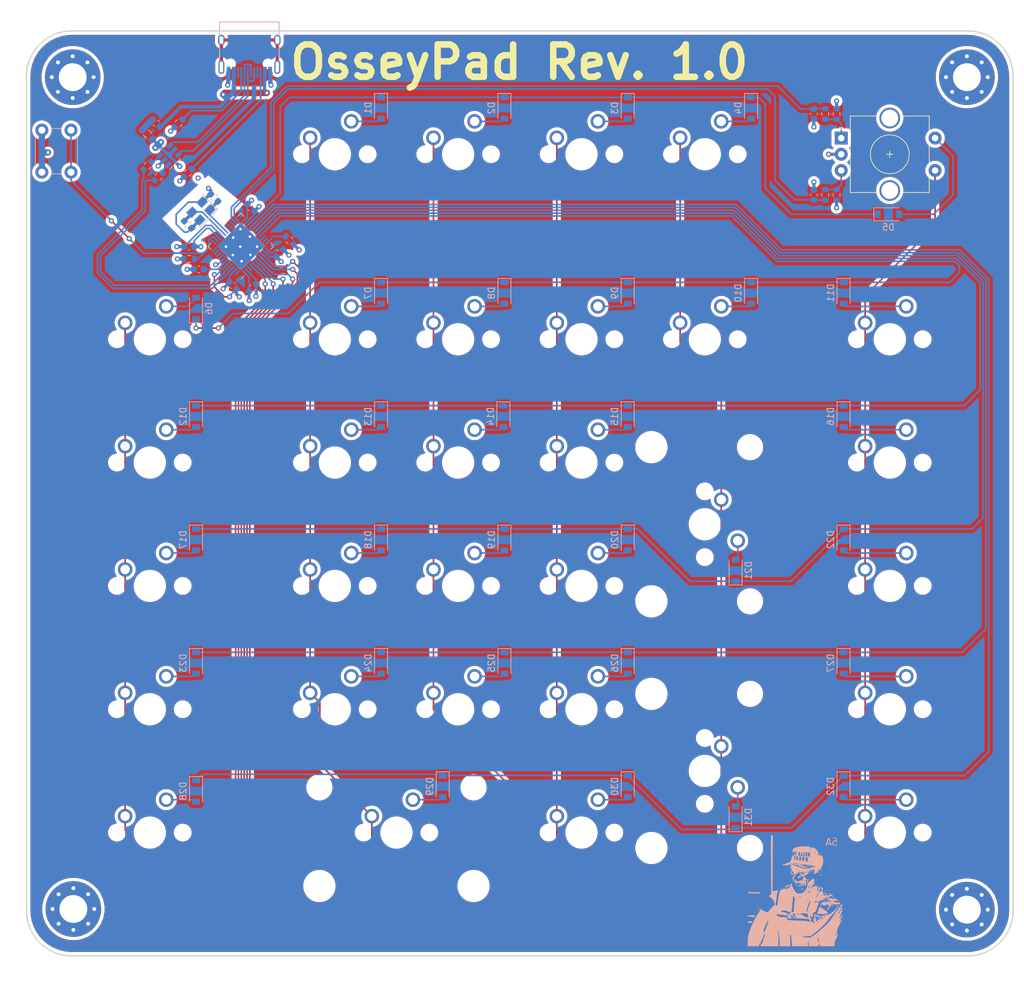
<source format=kicad_pcb>
(kicad_pcb (version 20171130) (host pcbnew "(5.1.8)-1")
  (title_block (date 2021-01-03))
  (layers (0 F.Cu signal) (1 In1.Cu_+5V power) (2 In2.Cu_GND power) (31 B.Cu signal) (34 B.Paste user) (35 F.Paste user) (36 B.SilkS user) (37 F.SilkS user) (38 B.Mask user) (39 F.Mask user) (44 Edge.Cuts user))
  (net 0 "")
  (net 1 "Net-(D1-Pad2)")
  (net 2 ROW0)
  (net 3 "Net-(D2-Pad2)")
  (net 4 "Net-(D3-Pad2)")
  (net 5 "Net-(D4-Pad2)")
  (net 6 ROW1)
  (net 7 "Net-(D6-Pad2)")
  (net 8 "Net-(D7-Pad2)")
  (net 9 "Net-(D8-Pad2)")
  (net 10 "Net-(D9-Pad2)")
  (net 11 "Net-(D10-Pad2)")
  (net 12 "Net-(D11-Pad2)")
  (net 13 ROW2)
  (net 14 "Net-(D12-Pad2)")
  (net 15 "Net-(D13-Pad2)")
  (net 16 "Net-(D14-Pad2)")
  (net 17 "Net-(D15-Pad2)")
  (net 18 "Net-(D16-Pad2)")
  (net 19 ROW3)
  (net 20 "Net-(D17-Pad2)")
  (net 21 "Net-(D18-Pad2)")
  (net 22 "Net-(D19-Pad2)")
  (net 23 "Net-(D20-Pad2)")
  (net 24 "Net-(D21-Pad2)")
  (net 25 "Net-(D22-Pad2)")
  (net 26 ROW4)
  (net 27 "Net-(D23-Pad2)")
  (net 28 "Net-(D24-Pad2)")
  (net 29 "Net-(D25-Pad2)")
  (net 30 "Net-(D26-Pad2)")
  (net 31 "Net-(D27-Pad2)")
  (net 32 ROW5)
  (net 33 "Net-(D28-Pad2)")
  (net 34 "Net-(D29-Pad2)")
  (net 35 "Net-(D30-Pad2)")
  (net 36 "Net-(D31-Pad2)")
  (net 37 COL1)
  (net 38 COL2)
  (net 39 COL3)
  (net 40 COL4)
  (net 41 COL0)
  (net 42 COL5)
  (net 43 GND)
  (net 44 +5V)
  (net 45 XTAL1)
  (net 46 XTAL2)
  (net 47 "Net-(C8-Pad1)")
  (net 48 "Net-(F1-Pad2)")
  (net 49 VCC)
  (net 50 USB_CONN_D+)
  (net 51 USB_CONN_D-)
  (net 52 D+)
  (net 53 D-)
  (net 54 RESET)
  (net 55 "Net-(R4-Pad2)")
  (net 56 "Net-(U2-Pad42)")
  (net 57 "Net-(U2-Pad32)")
  (net 58 "Net-(U2-Pad31)")
  (net 59 "Net-(U2-Pad19)")
  (net 60 "Net-(U2-Pad18)")
  (net 61 "Net-(U2-Pad12)")
  (net 62 "Net-(U2-Pad11)")
  (net 63 "Net-(U2-Pad10)")
  (net 64 "Net-(U2-Pad9)")
  (net 65 "Net-(U2-Pad8)")
  (net 66 "Net-(U2-Pad1)")
  (net 67 "Net-(D32-Pad2)")
  (net 68 ENC_1_B)
  (net 69 ENC_1_A)
  (net 70 "Net-(R5-Pad2)")
  (net 71 "Net-(R6-Pad2)")
  (net 72 "Net-(J1-PadA5)")
  (net 73 "Net-(J1-PadB8)")
  (net 74 "Net-(J1-PadB5)")
  (net 75 "Net-(J1-PadA8)")
  (net 76 "Net-(J1-PadS1)")
  (net 77 "Net-(D5-Pad2)")
  (net 78 "Net-(U2-Pad20)")
  (net 79 D_Filt_+)
  (net 80 D_Filt_-)
  (module MX_Only:MXOnly-1U-NoLED (layer F.Cu) (at 39.425 88.35)
    (fp_text reference MX11)
    (fp_text value MX-NoLED)
    (pad 2 thru_hole circle (at 2.54 -5.08) (size 2.25 2.25) (drill 1.47) (layers *.Cu B.Mask) (net 14 "Net-(D12-Pad2)"))
    (pad "" np_thru_hole circle (at 0 0) (size 3.9878 3.9878) (drill 3.9878) (layers *.Cu *.Mask))
    (pad 1 thru_hole circle (at -3.81 -2.54) (size 2.25 2.25) (drill 1.47) (layers *.Cu B.Mask) (net 41 COL0))
    (pad "" np_thru_hole circle (at -5.08 0 48.0996) (size 1.75 1.75) (drill 1.75) (layers *.Cu *.Mask))
    (pad "" np_thru_hole circle (at 5.08 0 48.0996) (size 1.75 1.75) (drill 1.75) (layers *.Cu *.Mask))
  )
  (module OsseyPad:HelloToHorse (layer B.Cu) (at 139.275 154.475 180)
    (fp_text reference G*** hide)
    (fp_text value LOGO hide)
  )
  (module Diode_SMD:D_SOD-123 (layer B.Cu) (at 153.5 50)
    (fp_text reference D5 (at 0 2) (layer B.SilkS) (effects (justify mirror)))
    (fp_text value 1N4148W)
    (pad 2 smd rect (at 1.65 0) (size 0.9 1.2) (layers B.Cu B.Paste B.Mask) (net 77 "Net-(D5-Pad2)"))
    (pad 1 smd rect (at -1.65 0) (size 0.9 1.2) (layers B.Cu B.Paste B.Mask) (net 2 ROW0))
  )
  (module Rotary_Encoder:RotaryEncoder_Alps_EC11E-Switch_Vertical_H20mm_CircularMountingHoles (layer F.Cu) (at 146.22 38.23)
    (fp_text reference SW1)
    (fp_text value Rotary_Encoder_Switch)
    (pad A thru_hole rect (at 0 0) (size 2 2) (drill 1) (layers *.Cu *.Mask) (net 70 "Net-(R5-Pad2)"))
    (pad C thru_hole circle (at 0 2.5) (size 2 2) (drill 1) (layers *.Cu *.Mask) (net 43 GND))
    (pad B thru_hole circle (at 0 5) (size 2 2) (drill 1) (layers *.Cu *.Mask) (net 71 "Net-(R6-Pad2)"))
    (pad MP thru_hole circle (at 7.5 -3.1) (size 3.2 3.2) (drill 2.6) (layers *.Cu *.Mask))
    (pad MP thru_hole circle (at 7.5 8.1) (size 3.2 3.2) (drill 2.6) (layers *.Cu *.Mask))
    (pad S2 thru_hole circle (at 14.5 0) (size 2 2) (drill 1) (layers *.Cu *.Mask) (net 77 "Net-(D5-Pad2)"))
    (pad S1 thru_hole circle (at 14.5 5) (size 2 2) (drill 1) (layers *.Cu *.Mask) (net 42 COL5))
  )
  (module MX_Only:MXOnly-1U-NoLED (layer F.Cu) (at 68 40.725)
    (fp_text reference MX1)
    (fp_text value MX-NoLED)
    (pad 2 thru_hole circle (at 2.54 -5.08) (size 2.25 2.25) (drill 1.47) (layers *.Cu B.Mask) (net 1 "Net-(D1-Pad2)"))
    (pad "" np_thru_hole circle (at 0 0) (size 3.9878 3.9878) (drill 3.9878) (layers *.Cu *.Mask))
    (pad 1 thru_hole circle (at -3.81 -2.54) (size 2.25 2.25) (drill 1.47) (layers *.Cu B.Mask) (net 37 COL1))
    (pad "" np_thru_hole circle (at -5.08 0 48.0996) (size 1.75 1.75) (drill 1.75) (layers *.Cu *.Mask))
    (pad "" np_thru_hole circle (at 5.08 0 48.0996) (size 1.75 1.75) (drill 1.75) (layers *.Cu *.Mask))
  )
  (module Button_Switch_THT:SW_PUSH_6mm_H8mm (layer B.Cu) (at 22.75 37 270)
    (fp_text reference SW2)
    (fp_text value SW_Push)
    (pad 1 thru_hole circle (at 6.5 0 180) (size 2 2) (drill 1.1) (layers *.Cu *.Mask) (net 43 GND))
    (pad 2 thru_hole circle (at 6.5 -4.5 180) (size 2 2) (drill 1.1) (layers *.Cu *.Mask) (net 54 RESET))
    (pad 1 thru_hole circle (at 0 0 180) (size 2 2) (drill 1.1) (layers *.Cu *.Mask) (net 43 GND))
    (pad 2 thru_hole circle (at 0 -4.5 180) (size 2 2) (drill 1.1) (layers *.Cu *.Mask) (net 54 RESET))
  )
  (module josh-connectors:USB_C_U262-161N-4BVC11 (layer B.Cu) (at 54.8 24.95)
    (fp_text reference J1)
    (fp_text value USB_C_Receptacle_USB2.0)
    (pad A12 smd rect (at 3.35 3.15) (size 0.3 1.75) (layers B.Cu B.Paste B.Mask) (net 43 GND) (clearance 0.01))
    (pad B1 smd rect (at 3.05 3.15) (size 0.3 1.75) (layers B.Cu B.Paste B.Mask) (net 43 GND) (clearance 0.01))
    (pad B4 smd rect (at 2.25 3.15) (size 0.3 1.75) (layers B.Cu B.Paste B.Mask) (net 49 VCC) (clearance 0.01))
    (pad A9 smd rect (at 2.55 3.15) (size 0.3 1.75) (layers B.Cu B.Paste B.Mask) (net 49 VCC) (clearance 0.01))
    (pad B9 smd rect (at -2.25 3.15) (size 0.3 1.75) (layers B.Cu B.Paste B.Mask) (net 49 VCC) (clearance 0.01))
    (pad A4 smd rect (at -2.55 3.15) (size 0.3 1.75) (layers B.Cu B.Paste B.Mask) (net 49 VCC) (clearance 0.01))
    (pad B12 smd rect (at -3.05 3.15) (size 0.3 1.75) (layers B.Cu B.Paste B.Mask) (net 43 GND) (clearance 0.01))
    (pad A1 smd rect (at -3.35 3.15) (size 0.3 1.75) (layers B.Cu B.Paste B.Mask) (net 43 GND) (clearance 0.01))
    (pad A6 smd rect (at -0.25 3.15) (size 0.3 1.75) (layers B.Cu B.Paste B.Mask) (net 50 USB_CONN_D+))
    (pad A5 smd rect (at -1.25 3.15) (size 0.3 1.75) (layers B.Cu B.Paste B.Mask) (net 72 "Net-(J1-PadA5)"))
    (pad B8 smd rect (at -1.75 3.15) (size 0.3 1.75) (layers B.Cu B.Paste B.Mask) (net 73 "Net-(J1-PadB8)"))
    (pad B7 smd rect (at -0.75 3.15) (size 0.3 1.75) (layers B.Cu B.Paste B.Mask) (net 51 USB_CONN_D-))
    (pad B5 smd rect (at 1.75 3.15) (size 0.3 1.75) (layers B.Cu B.Paste B.Mask) (net 74 "Net-(J1-PadB5)"))
    (pad A8 smd rect (at 1.25 3.15) (size 0.3 1.75) (layers B.Cu B.Paste B.Mask) (net 75 "Net-(J1-PadA8)"))
    (pad B6 smd rect (at 0.75 3.15) (size 0.3 1.75) (layers B.Cu B.Paste B.Mask) (net 50 USB_CONN_D+))
    (pad A7 smd rect (at 0.25 3.15) (size 0.3 1.75) (layers B.Cu B.Paste B.Mask) (net 51 USB_CONN_D-))
    (pad "" np_thru_hole circle (at 2.89 1.81) (size 0.65 0.65) (drill 0.65) (layers *.Cu *.Mask) (clearance 0.01))
    (pad "" np_thru_hole circle (at -2.89 1.81) (size 0.65 0.65) (drill 0.65) (layers *.Cu *.Mask) (clearance 0.01))
    (pad S1 thru_hole oval (at 4.32 2.31) (size 0.9 2.1) (drill oval 0.5 1.7) (layers *.Cu *.Mask B.Paste) (net 76 "Net-(J1-PadS1)"))
    (pad S1 thru_hole oval (at -4.32 2.31) (size 0.9 2.1) (drill oval 0.5 1.7) (layers *.Cu *.Mask B.Paste) (net 76 "Net-(J1-PadS1)"))
    (pad S1 thru_hole oval (at 4.32 -1.87) (size 1 1.6) (drill oval 0.6 1.2) (layers *.Cu *.Mask B.Paste) (net 76 "Net-(J1-PadS1)"))
    (pad S1 thru_hole oval (at -4.32 -1.87) (size 1 1.6) (drill oval 0.6 1.2) (layers *.Cu *.Mask B.Paste) (net 76 "Net-(J1-PadS1)"))
  )
  (module Resistor_SMD:R_0603_1608Metric (layer B.Cu) (at 45.3 43.6 45)
    (fp_text reference R11)
    (fp_text value 5K1)
    (pad 2 smd roundrect (at 0.825 0 45) (size 0.8 0.95) (layers B.Cu B.Paste B.Mask) (net 74 "Net-(J1-PadB5)"))
    (pad 1 smd roundrect (at -0.825 0 45) (size 0.8 0.95) (layers B.Cu B.Paste B.Mask) (net 43 GND))
  )
  (module Resistor_SMD:R_0603_1608Metric (layer B.Cu) (at 43.866637 35.933363 45)
    (fp_text reference R10)
    (fp_text value 5K1)
    (pad 2 smd roundrect (at 0.825 0 45) (size 0.8 0.95) (layers B.Cu B.Paste B.Mask) (net 72 "Net-(J1-PadA5)"))
    (pad 1 smd roundrect (at -0.825 0 45) (size 0.8 0.95) (layers B.Cu B.Paste B.Mask) (net 43 GND))
  )
  (module Inductor_SMD:L_0805_2012Metric (layer B.Cu) (at 39.097918 37.659441 135)
    (fp_text reference FB1)
    (fp_text value "50 @ 100 MHz")
    (pad 2 smd roundrect (at 1.0625 0 135) (size 0.875 1.2) (layers B.Cu B.Paste B.Mask) (net 48 "Net-(F1-Pad2)"))
    (pad 1 smd roundrect (at -1.0625 0 135) (size 0.875 1.2) (layers B.Cu B.Paste B.Mask) (net 44 +5V))
  )
  (module Fuse:Fuse_0603_1608Metric (layer B.Cu) (at 40.406066 35.927029 135)
    (fp_text reference F1)
    (fp_text value 500mA)
    (pad 2 smd roundrect (at 0.7875 0 135) (size 0.875 0.95) (layers B.Cu B.Paste B.Mask) (net 48 "Net-(F1-Pad2)"))
    (pad 1 smd roundrect (at -0.7875 0 135) (size 0.875 0.95) (layers B.Cu B.Paste B.Mask) (net 49 VCC))
  )
  (module Resistor_SMD:R_0603_1608Metric (layer B.Cu) (at 143.75 47 270)
    (fp_text reference R8)
    (fp_text value 10K)
    (pad 2 smd roundrect (at 0.825 0 270) (size 0.8 0.95) (layers B.Cu B.Paste B.Mask) (net 68 ENC_1_B))
    (pad 1 smd roundrect (at -0.825 0 270) (size 0.8 0.95) (layers B.Cu B.Paste B.Mask) (net 71 "Net-(R6-Pad2)"))
  )
  (module Resistor_SMD:R_0603_1608Metric (layer B.Cu) (at 143.75 34.5 90)
    (fp_text reference R7)
    (fp_text value 10K)
    (pad 2 smd roundrect (at 0.825 0 90) (size 0.8 0.95) (layers B.Cu B.Paste B.Mask) (net 69 ENC_1_A))
    (pad 1 smd roundrect (at -0.825 0 90) (size 0.8 0.95) (layers B.Cu B.Paste B.Mask) (net 70 "Net-(R5-Pad2)"))
  )
  (module Resistor_SMD:R_0603_1608Metric (layer B.Cu) (at 145.5 47 90)
    (fp_text reference R6)
    (fp_text value 10K)
    (pad 2 smd roundrect (at 0.825 0 90) (size 0.8 0.95) (layers B.Cu B.Paste B.Mask) (net 71 "Net-(R6-Pad2)"))
    (pad 1 smd roundrect (at -0.825 0 90) (size 0.8 0.95) (layers B.Cu B.Paste B.Mask) (net 44 +5V))
  )
  (module Resistor_SMD:R_0603_1608Metric (layer B.Cu) (at 145.5 34.5 270)
    (fp_text reference R5)
    (fp_text value 10K)
    (pad 2 smd roundrect (at 0.825 0 270) (size 0.8 0.95) (layers B.Cu B.Paste B.Mask) (net 70 "Net-(R5-Pad2)"))
    (pad 1 smd roundrect (at -0.825 0 270) (size 0.8 0.95) (layers B.Cu B.Paste B.Mask) (net 44 +5V))
  )
  (module Capacitor_SMD:C_0603_1608Metric (layer B.Cu) (at 142 34.5 270)
    (fp_text reference C10)
    (fp_text value 100n)
    (pad 2 smd roundrect (at 0.775 0 270) (size 0.9 0.95) (layers B.Cu B.Paste B.Mask) (net 43 GND))
    (pad 1 smd roundrect (at -0.775 0 270) (size 0.9 0.95) (layers B.Cu B.Paste B.Mask) (net 69 ENC_1_A))
  )
  (module Capacitor_SMD:C_0603_1608Metric (layer B.Cu) (at 142 47 90)
    (fp_text reference C9)
    (fp_text value 100n)
    (pad 2 smd roundrect (at 0.775 0 90) (size 0.9 0.95) (layers B.Cu B.Paste B.Mask) (net 43 GND))
    (pad 1 smd roundrect (at -0.775 0 90) (size 0.9 0.95) (layers B.Cu B.Paste B.Mask) (net 68 ENC_1_B))
  )
  (module MX_Only:MXOnly-1U-NoLED (layer F.Cu) (at 39.425 69.3)
    (fp_text reference MX5)
    (fp_text value MX-NoLED)
    (pad 2 thru_hole circle (at 2.54 -5.08) (size 2.25 2.25) (drill 1.47) (layers *.Cu B.Mask) (net 7 "Net-(D6-Pad2)"))
    (pad "" np_thru_hole circle (at 0 0) (size 3.9878 3.9878) (drill 3.9878) (layers *.Cu *.Mask))
    (pad 1 thru_hole circle (at -3.81 -2.54) (size 2.25 2.25) (drill 1.47) (layers *.Cu B.Mask) (net 41 COL0))
    (pad "" np_thru_hole circle (at -5.08 0 48.0996) (size 1.75 1.75) (drill 1.75) (layers *.Cu *.Mask))
    (pad "" np_thru_hole circle (at 5.08 0 48.0996) (size 1.75 1.75) (drill 1.75) (layers *.Cu *.Mask))
  )
  (module Capacitor_SMD:C_0603_1608Metric (layer B.Cu) (at 52.25 61 315)
    (fp_text reference C4)
    (fp_text value 0.1uF)
    (pad 2 smd roundrect (at 0.775 0 315) (size 0.9 0.95) (layers B.Cu B.Paste B.Mask) (net 43 GND))
    (pad 1 smd roundrect (at -0.775 0 315) (size 0.9 0.95) (layers B.Cu B.Paste B.Mask) (net 44 +5V))
  )
  (module Crystal:Crystal_SMD_3225-4Pin_3.2x2.5mm (layer B.Cu) (at 47.323223 49.500179 225)
    (fp_text reference Y1)
    (fp_text value 16MHz)
    (pad 4 smd rect (at -1.1 0.85 225) (size 1.4 1.2) (layers B.Cu B.Paste B.Mask) (net 43 GND))
    (pad 3 smd rect (at 1.1 0.85 225) (size 1.4 1.2) (layers B.Cu B.Paste B.Mask) (net 46 XTAL2))
    (pad 2 smd rect (at 1.1 -0.85 225) (size 1.4 1.2) (layers B.Cu B.Paste B.Mask) (net 43 GND))
    (pad 1 smd rect (at -1.1 -0.85 225) (size 1.4 1.2) (layers B.Cu B.Paste B.Mask) (net 45 XTAL1))
  )
  (module Package_TO_SOT_SMD:SOT-23-6 (layer B.Cu) (at 42.400107 40.862635 45)
    (fp_text reference U1)
    (fp_text value USBLC6-2SC6)
    (pad 5 smd rect (at 1.1 0 45) (size 1.06 0.65) (layers B.Cu B.Paste B.Mask) (net 44 +5V))
    (pad 6 smd rect (at 1.1 0.95 45) (size 1.06 0.65) (layers B.Cu B.Paste B.Mask) (net 50 USB_CONN_D+))
    (pad 4 smd rect (at 1.1 -0.95 45) (size 1.06 0.65) (layers B.Cu B.Paste B.Mask) (net 51 USB_CONN_D-))
    (pad 3 smd rect (at -1.1 -0.95 45) (size 1.06 0.65) (layers B.Cu B.Paste B.Mask) (net 53 D-))
    (pad 2 smd rect (at -1.1 0 45) (size 1.06 0.65) (layers B.Cu B.Paste B.Mask) (net 43 GND))
    (pad 1 smd rect (at -1.1 0.95 45) (size 1.06 0.65) (layers B.Cu B.Paste B.Mask) (net 52 D+))
  )
  (module Package_DFN_QFN:QFN-44-1EP_7x7mm_P0.5mm_EP5.2x5.2mm (layer B.Cu) (at 53.5 54.919239 45)
    (fp_text reference U2)
    (fp_text value ATmega32U4-MU)
    (pad 45 smd rect (at 0 0 45) (size 5.2 5.2) (layers B.Cu B.Mask) (net 43 GND))
    (pad 44 smd roundrect (at -2.5 3.3375 45) (size 0.25 1.075) (layers B.Cu B.Paste B.Mask) (net 44 +5V))
    (pad 43 smd roundrect (at -2 3.3375 45) (size 0.25 1.075) (layers B.Cu B.Paste B.Mask) (net 43 GND))
    (pad 42 smd roundrect (at -1.5 3.3375 45) (size 0.25 1.075) (layers B.Cu B.Paste B.Mask) (net 56 "Net-(U2-Pad42)"))
    (pad 41 smd roundrect (at -1 3.3375 45) (size 0.25 1.075) (layers B.Cu B.Paste B.Mask) (net 41 COL0))
    (pad 40 smd roundrect (at -0.5 3.3375 45) (size 0.25 1.075) (layers B.Cu B.Paste B.Mask) (net 42 COL5))
    (pad 39 smd roundrect (at 0 3.3375 45) (size 0.25 1.075) (layers B.Cu B.Paste B.Mask) (net 40 COL4))
    (pad 38 smd roundrect (at 0.5 3.3375 45) (size 0.25 1.075) (layers B.Cu B.Paste B.Mask) (net 39 COL3))
    (pad 37 smd roundrect (at 1 3.3375 45) (size 0.25 1.075) (layers B.Cu B.Paste B.Mask) (net 38 COL2))
    (pad 36 smd roundrect (at 1.5 3.3375 45) (size 0.25 1.075) (layers B.Cu B.Paste B.Mask) (net 37 COL1))
    (pad 35 smd roundrect (at 2 3.3375 45) (size 0.25 1.075) (layers B.Cu B.Paste B.Mask) (net 43 GND))
    (pad 34 smd roundrect (at 2.5 3.3375 45) (size 0.25 1.075) (layers B.Cu B.Paste B.Mask) (net 44 +5V))
    (pad 33 smd roundrect (at 3.3375 2.5 45) (size 1.075 0.25) (layers B.Cu B.Paste B.Mask) (net 55 "Net-(R4-Pad2)"))
    (pad 32 smd roundrect (at 3.3375 2 45) (size 1.075 0.25) (layers B.Cu B.Paste B.Mask) (net 57 "Net-(U2-Pad32)"))
    (pad 31 smd roundrect (at 3.3375 1.5 45) (size 1.075 0.25) (layers B.Cu B.Paste B.Mask) (net 58 "Net-(U2-Pad31)"))
    (pad 30 smd roundrect (at 3.3375 1 45) (size 1.075 0.25) (layers B.Cu B.Paste B.Mask) (net 6 ROW1))
    (pad 29 smd roundrect (at 3.3375 0.5 45) (size 1.075 0.25) (layers B.Cu B.Paste B.Mask) (net 13 ROW2))
    (pad 28 smd roundrect (at 3.3375 0 45) (size 1.075 0.25) (layers B.Cu B.Paste B.Mask) (net 19 ROW3))
    (pad 27 smd roundrect (at 3.3375 -0.5 45) (size 1.075 0.25) (layers B.Cu B.Paste B.Mask) (net 26 ROW4))
    (pad 26 smd roundrect (at 3.3375 -1 45) (size 1.075 0.25) (layers B.Cu B.Paste B.Mask) (net 32 ROW5))
    (pad 25 smd roundrect (at 3.3375 -1.5 45) (size 1.075 0.25) (layers B.Cu B.Paste B.Mask) (net 2 ROW0))
    (pad 24 smd roundrect (at 3.3375 -2 45) (size 1.075 0.25) (layers B.Cu B.Paste B.Mask) (net 44 +5V))
    (pad 23 smd roundrect (at 3.3375 -2.5 45) (size 1.075 0.25) (layers B.Cu B.Paste B.Mask) (net 43 GND))
    (pad 22 smd roundrect (at 2.5 -3.3375 45) (size 0.25 1.075) (layers B.Cu B.Paste B.Mask) (net 68 ENC_1_B))
    (pad 21 smd roundrect (at 2 -3.3375 45) (size 0.25 1.075) (layers B.Cu B.Paste B.Mask) (net 69 ENC_1_A))
    (pad 20 smd roundrect (at 1.5 -3.3375 45) (size 0.25 1.075) (layers B.Cu B.Paste B.Mask) (net 78 "Net-(U2-Pad20)"))
    (pad 19 smd roundrect (at 1 -3.3375 45) (size 0.25 1.075) (layers B.Cu B.Paste B.Mask) (net 59 "Net-(U2-Pad19)"))
    (pad 18 smd roundrect (at 0.5 -3.3375 45) (size 0.25 1.075) (layers B.Cu B.Paste B.Mask) (net 60 "Net-(U2-Pad18)"))
    (pad 17 smd roundrect (at 0 -3.3375 45) (size 0.25 1.075) (layers B.Cu B.Paste B.Mask) (net 45 XTAL1))
    (pad 16 smd roundrect (at -0.5 -3.3375 45) (size 0.25 1.075) (layers B.Cu B.Paste B.Mask) (net 46 XTAL2))
    (pad 15 smd roundrect (at -1 -3.3375 45) (size 0.25 1.075) (layers B.Cu B.Paste B.Mask) (net 43 GND))
    (pad 14 smd roundrect (at -1.5 -3.3375 45) (size 0.25 1.075) (layers B.Cu B.Paste B.Mask) (net 44 +5V))
    (pad 13 smd roundrect (at -2 -3.3375 45) (size 0.25 1.075) (layers B.Cu B.Paste B.Mask) (net 54 RESET))
    (pad 12 smd roundrect (at -2.5 -3.3375 45) (size 0.25 1.075) (layers B.Cu B.Paste B.Mask) (net 61 "Net-(U2-Pad12)"))
    (pad 11 smd roundrect (at -3.3375 -2.5 45) (size 1.075 0.25) (layers B.Cu B.Paste B.Mask) (net 62 "Net-(U2-Pad11)"))
    (pad 10 smd roundrect (at -3.3375 -2 45) (size 1.075 0.25) (layers B.Cu B.Paste B.Mask) (net 63 "Net-(U2-Pad10)"))
    (pad 9 smd roundrect (at -3.3375 -1.5 45) (size 1.075 0.25) (layers B.Cu B.Paste B.Mask) (net 64 "Net-(U2-Pad9)"))
    (pad 8 smd roundrect (at -3.3375 -1 45) (size 1.075 0.25) (layers B.Cu B.Paste B.Mask) (net 65 "Net-(U2-Pad8)"))
    (pad 7 smd roundrect (at -3.3375 -0.5 45) (size 1.075 0.25) (layers B.Cu B.Paste B.Mask) (net 44 +5V))
    (pad 6 smd roundrect (at -3.3375 0 45) (size 1.075 0.25) (layers B.Cu B.Paste B.Mask) (net 47 "Net-(C8-Pad1)"))
    (pad 5 smd roundrect (at -3.3375 0.5 45) (size 1.075 0.25) (layers B.Cu B.Paste B.Mask) (net 43 GND))
    (pad 4 smd roundrect (at -3.3375 1 45) (size 1.075 0.25) (layers B.Cu B.Paste B.Mask) (net 79 D_Filt_+))
    (pad 3 smd roundrect (at -3.3375 1.5 45) (size 1.075 0.25) (layers B.Cu B.Paste B.Mask) (net 80 D_Filt_-))
    (pad 2 smd roundrect (at -3.3375 2 45) (size 1.075 0.25) (layers B.Cu B.Paste B.Mask) (net 44 +5V))
    (pad 1 smd roundrect (at -3.3375 2.5 45) (size 1.075 0.25) (layers B.Cu B.Paste B.Mask) (net 66 "Net-(U2-Pad1)"))
  )
  (module Resistor_SMD:R_0603_1608Metric (layer B.Cu) (at 61 54 135)
    (fp_text reference R4)
    (fp_text value 10k)
    (pad 2 smd roundrect (at 0.825 0 135) (size 0.8 0.95) (layers B.Cu B.Paste B.Mask) (net 55 "Net-(R4-Pad2)"))
    (pad 1 smd roundrect (at -0.825 0 135) (size 0.8 0.95) (layers B.Cu B.Paste B.Mask) (net 43 GND))
  )
  (module Resistor_SMD:R_0603_1608Metric (layer B.Cu) (at 45.5 56.9 180)
    (fp_text reference R1)
    (fp_text value 10k)
    (pad 2 smd roundrect (at 0.825 0 180) (size 0.8 0.95) (layers B.Cu B.Paste B.Mask) (net 44 +5V))
    (pad 1 smd roundrect (at -0.825 0 180) (size 0.8 0.95) (layers B.Cu B.Paste B.Mask) (net 54 RESET))
  )
  (module Resistor_SMD:R_0603_1608Metric (layer B.Cu) (at 39.076705 42.48898 45)
    (fp_text reference R3)
    (fp_text value 22)
    (pad 2 smd roundrect (at 0.825 0 45) (size 0.8 0.95) (layers B.Cu B.Paste B.Mask) (net 53 D-))
    (pad 1 smd roundrect (at -0.825 0 45) (size 0.8 0.95) (layers B.Cu B.Paste B.Mask) (net 80 D_Filt_-))
  )
  (module Resistor_SMD:R_0603_1608Metric (layer B.Cu) (at 40.773762 44.186036 45)
    (fp_text reference R2)
    (fp_text value 22)
    (pad 2 smd roundrect (at 0.825 0 45) (size 0.8 0.95) (layers B.Cu B.Paste B.Mask) (net 52 D+))
    (pad 1 smd roundrect (at -0.825 0 45) (size 0.8 0.95) (layers B.Cu B.Paste B.Mask) (net 79 D_Filt_+))
  )
  (module Capacitor_SMD:C_0603_1608Metric (layer B.Cu) (at 47 58.5 180)
    (fp_text reference C8)
    (fp_text value 1uF)
    (pad 2 smd roundrect (at 0.775 0 180) (size 0.9 0.95) (layers B.Cu B.Paste B.Mask) (net 43 GND))
    (pad 1 smd roundrect (at -0.775 0 180) (size 0.9 0.95) (layers B.Cu B.Paste B.Mask) (net 47 "Net-(C8-Pad1)"))
  )
  (module Capacitor_SMD:C_0603_1608Metric (layer B.Cu) (at 45.3 51.6 315)
    (fp_text reference C7)
    (fp_text value 15pF)
    (pad 2 smd roundrect (at 0.775 0 315) (size 0.9 0.95) (layers B.Cu B.Paste B.Mask) (net 43 GND))
    (pad 1 smd roundrect (at -0.775 0 315) (size 0.9 0.95) (layers B.Cu B.Paste B.Mask) (net 46 XTAL2))
  )
  (module Capacitor_SMD:C_0603_1608Metric (layer B.Cu) (at 49.4 47.45 135)
    (fp_text reference C6)
    (fp_text value 15pF)
    (pad 2 smd roundrect (at 0.775 0 135) (size 0.9 0.95) (layers B.Cu B.Paste B.Mask) (net 43 GND))
    (pad 1 smd roundrect (at -0.775 0 135) (size 0.9 0.95) (layers B.Cu B.Paste B.Mask) (net 45 XTAL1))
  )
  (module Capacitor_SMD:C_0603_1608Metric (layer B.Cu) (at 55.3 61.35 45)
    (fp_text reference C5)
    (fp_text value 10uF)
    (pad 2 smd roundrect (at 0.775 0 45) (size 0.9 0.95) (layers B.Cu B.Paste B.Mask) (net 43 GND))
    (pad 1 smd roundrect (at -0.775 0 45) (size 0.9 0.95) (layers B.Cu B.Paste B.Mask) (net 44 +5V))
  )
  (module Capacitor_SMD:C_0603_1608Metric (layer B.Cu) (at 55 49 135)
    (fp_text reference C3)
    (fp_text value 0.1uF)
    (pad 1 smd roundrect (at -0.775 0 135) (size 0.9 0.95) (layers B.Cu B.Paste B.Mask) (net 44 +5V))
    (pad 2 smd roundrect (at 0.775 0 135) (size 0.9 0.95) (layers B.Cu B.Paste B.Mask) (net 43 GND))
  )
  (module Capacitor_SMD:C_0603_1608Metric (layer B.Cu) (at 45.5 55 180)
    (fp_text reference C2)
    (fp_text value 0.1uF)
    (pad 2 smd roundrect (at 0.775 0 180) (size 0.9 0.95) (layers B.Cu B.Paste B.Mask) (net 43 GND))
    (pad 1 smd roundrect (at -0.775 0 180) (size 0.9 0.95) (layers B.Cu B.Paste B.Mask) (net 44 +5V))
  )
  (module Capacitor_SMD:C_0603_1608Metric (layer B.Cu) (at 59.5 56 225)
    (fp_text reference C1)
    (fp_text value 0.1uF)
    (pad 2 smd roundrect (at 0.775 0 225) (size 0.9 0.95) (layers B.Cu B.Paste B.Mask) (net 43 GND))
    (pad 1 smd roundrect (at -0.775 0 225) (size 0.9 0.95) (layers B.Cu B.Paste B.Mask) (net 44 +5V))
  )
  (module MX_Only:MXOnly-2U-NoLED (layer F.Cu) (at 77.525 145.5)
    (fp_text reference MX28)
    (fp_text value MX-NoLED)
    (pad 2 thru_hole circle (at 2.54 -5.08) (size 2.25 2.25) (drill 1.47) (layers *.Cu B.Mask) (net 34 "Net-(D29-Pad2)"))
    (pad "" np_thru_hole circle (at 0 0) (size 3.9878 3.9878) (drill 3.9878) (layers *.Cu *.Mask))
    (pad 1 thru_hole circle (at -3.81 -2.54) (size 2.25 2.25) (drill 1.47) (layers *.Cu B.Mask) (net 37 COL1))
    (pad "" np_thru_hole circle (at -5.08 0 48.0996) (size 1.75 1.75) (drill 1.75) (layers *.Cu *.Mask))
    (pad "" np_thru_hole circle (at 5.08 0 48.0996) (size 1.75 1.75) (drill 1.75) (layers *.Cu *.Mask))
    (pad "" np_thru_hole circle (at -11.90625 -6.985) (size 3.048 3.048) (drill 3.048) (layers *.Cu *.Mask))
    (pad "" np_thru_hole circle (at 11.90625 -6.985) (size 3.048 3.048) (drill 3.048) (layers *.Cu *.Mask))
    (pad "" np_thru_hole circle (at -11.90625 8.255) (size 3.9878 3.9878) (drill 3.9878) (layers *.Cu *.Mask))
    (pad "" np_thru_hole circle (at 11.90625 8.255) (size 3.9878 3.9878) (drill 3.9878) (layers *.Cu *.Mask))
  )
  (module MountingHole:MountingHole_4.3mm_M4_Pad_Via (layer F.Cu) (at 165.63125 157.40625)
    (fp_text reference H4)
    (fp_text value MountingHole_Pad)
    (pad 1 thru_hole circle (at 2.280419 -2.280419) (size 0.9 0.9) (drill 0.6) (layers *.Cu *.Mask) (net 43 GND))
    (pad 1 thru_hole circle (at 0 -3.225) (size 0.9 0.9) (drill 0.6) (layers *.Cu *.Mask) (net 43 GND))
    (pad 1 thru_hole circle (at -2.280419 -2.280419) (size 0.9 0.9) (drill 0.6) (layers *.Cu *.Mask) (net 43 GND))
    (pad 1 thru_hole circle (at -3.225 0) (size 0.9 0.9) (drill 0.6) (layers *.Cu *.Mask) (net 43 GND))
    (pad 1 thru_hole circle (at -2.280419 2.280419) (size 0.9 0.9) (drill 0.6) (layers *.Cu *.Mask) (net 43 GND))
    (pad 1 thru_hole circle (at 0 3.225) (size 0.9 0.9) (drill 0.6) (layers *.Cu *.Mask) (net 43 GND))
    (pad 1 thru_hole circle (at 2.280419 2.280419) (size 0.9 0.9) (drill 0.6) (layers *.Cu *.Mask) (net 43 GND))
    (pad 1 thru_hole circle (at 3.225 0) (size 0.9 0.9) (drill 0.6) (layers *.Cu *.Mask) (net 43 GND))
    (pad 1 thru_hole circle (at 0 0) (size 8.6 8.6) (drill 4.3) (layers *.Cu *.Mask) (net 43 GND))
  )
  (module MountingHole:MountingHole_4.3mm_M4_Pad_Via (layer F.Cu) (at 27.619581 157.305419)
    (fp_text reference H3)
    (fp_text value MountingHole_Pad)
    (pad 1 thru_hole circle (at 2.280419 -2.280419) (size 0.9 0.9) (drill 0.6) (layers *.Cu *.Mask) (net 43 GND))
    (pad 1 thru_hole circle (at 0 -3.225) (size 0.9 0.9) (drill 0.6) (layers *.Cu *.Mask) (net 43 GND))
    (pad 1 thru_hole circle (at -2.280419 -2.280419) (size 0.9 0.9) (drill 0.6) (layers *.Cu *.Mask) (net 43 GND))
    (pad 1 thru_hole circle (at -3.225 0) (size 0.9 0.9) (drill 0.6) (layers *.Cu *.Mask) (net 43 GND))
    (pad 1 thru_hole circle (at -2.280419 2.280419) (size 0.9 0.9) (drill 0.6) (layers *.Cu *.Mask) (net 43 GND))
    (pad 1 thru_hole circle (at 0 3.225) (size 0.9 0.9) (drill 0.6) (layers *.Cu *.Mask) (net 43 GND))
    (pad 1 thru_hole circle (at 2.280419 2.280419) (size 0.9 0.9) (drill 0.6) (layers *.Cu *.Mask) (net 43 GND))
    (pad 1 thru_hole circle (at 3.225 0) (size 0.9 0.9) (drill 0.6) (layers *.Cu *.Mask) (net 43 GND))
    (pad 1 thru_hole circle (at 0 0) (size 8.6 8.6) (drill 4.3) (layers *.Cu *.Mask) (net 43 GND))
  )
  (module MountingHole:MountingHole_4.3mm_M4_Pad_Via (layer F.Cu) (at 165.63125 28.81875)
    (fp_text reference H2)
    (fp_text value MountingHole_Pad)
    (pad 1 thru_hole circle (at 2.280419 -2.280419) (size 0.9 0.9) (drill 0.6) (layers *.Cu *.Mask) (net 43 GND))
    (pad 1 thru_hole circle (at 0 -3.225) (size 0.9 0.9) (drill 0.6) (layers *.Cu *.Mask) (net 43 GND))
    (pad 1 thru_hole circle (at -2.280419 -2.280419) (size 0.9 0.9) (drill 0.6) (layers *.Cu *.Mask) (net 43 GND))
    (pad 1 thru_hole circle (at -3.225 0) (size 0.9 0.9) (drill 0.6) (layers *.Cu *.Mask) (net 43 GND))
    (pad 1 thru_hole circle (at -2.280419 2.280419) (size 0.9 0.9) (drill 0.6) (layers *.Cu *.Mask) (net 43 GND))
    (pad 1 thru_hole circle (at 0 3.225) (size 0.9 0.9) (drill 0.6) (layers *.Cu *.Mask) (net 43 GND))
    (pad 1 thru_hole circle (at 2.280419 2.280419) (size 0.9 0.9) (drill 0.6) (layers *.Cu *.Mask) (net 43 GND))
    (pad 1 thru_hole circle (at 3.225 0) (size 0.9 0.9) (drill 0.6) (layers *.Cu *.Mask) (net 43 GND))
    (pad 1 thru_hole circle (at 0 0) (size 8.6 8.6) (drill 4.3) (layers *.Cu *.Mask) (net 43 GND))
  )
  (module MountingHole:MountingHole_4.3mm_M4_Pad_Via (layer F.Cu) (at 27.51875 28.81875)
    (fp_text reference H1)
    (fp_text value MountingHole_Pad)
    (pad 1 thru_hole circle (at 2.280419 -2.280419) (size 0.9 0.9) (drill 0.6) (layers *.Cu *.Mask) (net 43 GND))
    (pad 1 thru_hole circle (at 0 -3.225) (size 0.9 0.9) (drill 0.6) (layers *.Cu *.Mask) (net 43 GND))
    (pad 1 thru_hole circle (at -2.280419 -2.280419) (size 0.9 0.9) (drill 0.6) (layers *.Cu *.Mask) (net 43 GND))
    (pad 1 thru_hole circle (at -3.225 0) (size 0.9 0.9) (drill 0.6) (layers *.Cu *.Mask) (net 43 GND))
    (pad 1 thru_hole circle (at -2.280419 2.280419) (size 0.9 0.9) (drill 0.6) (layers *.Cu *.Mask) (net 43 GND))
    (pad 1 thru_hole circle (at 0 3.225) (size 0.9 0.9) (drill 0.6) (layers *.Cu *.Mask) (net 43 GND))
    (pad 1 thru_hole circle (at 2.280419 2.280419) (size 0.9 0.9) (drill 0.6) (layers *.Cu *.Mask) (net 43 GND))
    (pad 1 thru_hole circle (at 3.225 0) (size 0.9 0.9) (drill 0.6) (layers *.Cu *.Mask) (net 43 GND))
    (pad 1 thru_hole circle (at 0 0) (size 8.6 8.6) (drill 4.3) (layers *.Cu *.Mask) (net 43 GND))
  )
  (module MX_Only:MXOnly-1U-NoLED (layer F.Cu) (at 153.725 145.5)
    (fp_text reference MX31)
    (fp_text value MX-NoLED)
    (pad 2 thru_hole circle (at 2.54 -5.08) (size 2.25 2.25) (drill 1.47) (layers *.Cu B.Mask) (net 67 "Net-(D32-Pad2)"))
    (pad "" np_thru_hole circle (at 0 0) (size 3.9878 3.9878) (drill 3.9878) (layers *.Cu *.Mask))
    (pad 1 thru_hole circle (at -3.81 -2.54) (size 2.25 2.25) (drill 1.47) (layers *.Cu B.Mask) (net 42 COL5))
    (pad "" np_thru_hole circle (at -5.08 0 48.0996) (size 1.75 1.75) (drill 1.75) (layers *.Cu *.Mask))
    (pad "" np_thru_hole circle (at 5.08 0 48.0996) (size 1.75 1.75) (drill 1.75) (layers *.Cu *.Mask))
  )
  (module MX_Only:MXOnly-2U-NoLED (layer F.Cu) (at 125.15 135.975 270)
    (fp_text reference MX30)
    (fp_text value MX-NoLED)
    (pad 2 thru_hole circle (at 2.54 -5.08 270) (size 2.25 2.25) (drill 1.47) (layers *.Cu B.Mask) (net 36 "Net-(D31-Pad2)"))
    (pad "" np_thru_hole circle (at 0 0 270) (size 3.9878 3.9878) (drill 3.9878) (layers *.Cu *.Mask))
    (pad 1 thru_hole circle (at -3.81 -2.54 270) (size 2.25 2.25) (drill 1.47) (layers *.Cu B.Mask) (net 40 COL4))
    (pad "" np_thru_hole circle (at -5.08 0 318.0996) (size 1.75 1.75) (drill 1.75) (layers *.Cu *.Mask))
    (pad "" np_thru_hole circle (at 5.08 0 318.0996) (size 1.75 1.75) (drill 1.75) (layers *.Cu *.Mask))
    (pad "" np_thru_hole circle (at -11.90625 -6.985 270) (size 3.048 3.048) (drill 3.048) (layers *.Cu *.Mask))
    (pad "" np_thru_hole circle (at 11.90625 -6.985 270) (size 3.048 3.048) (drill 3.048) (layers *.Cu *.Mask))
    (pad "" np_thru_hole circle (at -11.90625 8.255 270) (size 3.9878 3.9878) (drill 3.9878) (layers *.Cu *.Mask))
    (pad "" np_thru_hole circle (at 11.90625 8.255 270) (size 3.9878 3.9878) (drill 3.9878) (layers *.Cu *.Mask))
  )
  (module MX_Only:MXOnly-1U-NoLED (layer F.Cu) (at 106.1 145.5)
    (fp_text reference MX29)
    (fp_text value MX-NoLED)
    (pad 2 thru_hole circle (at 2.54 -5.08) (size 2.25 2.25) (drill 1.47) (layers *.Cu B.Mask) (net 35 "Net-(D30-Pad2)"))
    (pad "" np_thru_hole circle (at 0 0) (size 3.9878 3.9878) (drill 3.9878) (layers *.Cu *.Mask))
    (pad 1 thru_hole circle (at -3.81 -2.54) (size 2.25 2.25) (drill 1.47) (layers *.Cu B.Mask) (net 39 COL3))
    (pad "" np_thru_hole circle (at -5.08 0 48.0996) (size 1.75 1.75) (drill 1.75) (layers *.Cu *.Mask))
    (pad "" np_thru_hole circle (at 5.08 0 48.0996) (size 1.75 1.75) (drill 1.75) (layers *.Cu *.Mask))
  )
  (module MX_Only:MXOnly-1U-NoLED (layer F.Cu) (at 39.425 145.5)
    (fp_text reference MX27)
    (fp_text value MX-NoLED)
    (pad 2 thru_hole circle (at 2.54 -5.08) (size 2.25 2.25) (drill 1.47) (layers *.Cu B.Mask) (net 33 "Net-(D28-Pad2)"))
    (pad "" np_thru_hole circle (at 0 0) (size 3.9878 3.9878) (drill 3.9878) (layers *.Cu *.Mask))
    (pad 1 thru_hole circle (at -3.81 -2.54) (size 2.25 2.25) (drill 1.47) (layers *.Cu B.Mask) (net 41 COL0))
    (pad "" np_thru_hole circle (at -5.08 0 48.0996) (size 1.75 1.75) (drill 1.75) (layers *.Cu *.Mask))
    (pad "" np_thru_hole circle (at 5.08 0 48.0996) (size 1.75 1.75) (drill 1.75) (layers *.Cu *.Mask))
  )
  (module MX_Only:MXOnly-1U-NoLED (layer F.Cu) (at 153.725 126.45)
    (fp_text reference MX26)
    (fp_text value MX-NoLED)
    (pad 2 thru_hole circle (at 2.54 -5.08) (size 2.25 2.25) (drill 1.47) (layers *.Cu B.Mask) (net 31 "Net-(D27-Pad2)"))
    (pad "" np_thru_hole circle (at 0 0) (size 3.9878 3.9878) (drill 3.9878) (layers *.Cu *.Mask))
    (pad 1 thru_hole circle (at -3.81 -2.54) (size 2.25 2.25) (drill 1.47) (layers *.Cu B.Mask) (net 42 COL5))
    (pad "" np_thru_hole circle (at -5.08 0 48.0996) (size 1.75 1.75) (drill 1.75) (layers *.Cu *.Mask))
    (pad "" np_thru_hole circle (at 5.08 0 48.0996) (size 1.75 1.75) (drill 1.75) (layers *.Cu *.Mask))
  )
  (module MX_Only:MXOnly-1U-NoLED (layer F.Cu) (at 106.1 126.45)
    (fp_text reference MX25)
    (fp_text value MX-NoLED)
    (pad 2 thru_hole circle (at 2.54 -5.08) (size 2.25 2.25) (drill 1.47) (layers *.Cu B.Mask) (net 30 "Net-(D26-Pad2)"))
    (pad "" np_thru_hole circle (at 0 0) (size 3.9878 3.9878) (drill 3.9878) (layers *.Cu *.Mask))
    (pad 1 thru_hole circle (at -3.81 -2.54) (size 2.25 2.25) (drill 1.47) (layers *.Cu B.Mask) (net 39 COL3))
    (pad "" np_thru_hole circle (at -5.08 0 48.0996) (size 1.75 1.75) (drill 1.75) (layers *.Cu *.Mask))
    (pad "" np_thru_hole circle (at 5.08 0 48.0996) (size 1.75 1.75) (drill 1.75) (layers *.Cu *.Mask))
  )
  (module MX_Only:MXOnly-1U-NoLED (layer F.Cu) (at 87.05 126.45)
    (fp_text reference MX24)
    (fp_text value MX-NoLED)
    (pad 2 thru_hole circle (at 2.54 -5.08) (size 2.25 2.25) (drill 1.47) (layers *.Cu B.Mask) (net 29 "Net-(D25-Pad2)"))
    (pad "" np_thru_hole circle (at 0 0) (size 3.9878 3.9878) (drill 3.9878) (layers *.Cu *.Mask))
    (pad 1 thru_hole circle (at -3.81 -2.54) (size 2.25 2.25) (drill 1.47) (layers *.Cu B.Mask) (net 38 COL2))
    (pad "" np_thru_hole circle (at -5.08 0 48.0996) (size 1.75 1.75) (drill 1.75) (layers *.Cu *.Mask))
    (pad "" np_thru_hole circle (at 5.08 0 48.0996) (size 1.75 1.75) (drill 1.75) (layers *.Cu *.Mask))
  )
  (module MX_Only:MXOnly-1U-NoLED (layer F.Cu) (at 68 126.45)
    (fp_text reference MX23)
    (fp_text value MX-NoLED)
    (pad 2 thru_hole circle (at 2.54 -5.08) (size 2.25 2.25) (drill 1.47) (layers *.Cu B.Mask) (net 28 "Net-(D24-Pad2)"))
    (pad "" np_thru_hole circle (at 0 0) (size 3.9878 3.9878) (drill 3.9878) (layers *.Cu *.Mask))
    (pad 1 thru_hole circle (at -3.81 -2.54) (size 2.25 2.25) (drill 1.47) (layers *.Cu B.Mask) (net 37 COL1))
    (pad "" np_thru_hole circle (at -5.08 0 48.0996) (size 1.75 1.75) (drill 1.75) (layers *.Cu *.Mask))
    (pad "" np_thru_hole circle (at 5.08 0 48.0996) (size 1.75 1.75) (drill 1.75) (layers *.Cu *.Mask))
  )
  (module MX_Only:MXOnly-1U-NoLED (layer F.Cu) (at 39.425 126.45)
    (fp_text reference MX22)
    (fp_text value MX-NoLED)
    (pad 2 thru_hole circle (at 2.54 -5.08) (size 2.25 2.25) (drill 1.47) (layers *.Cu B.Mask) (net 27 "Net-(D23-Pad2)"))
    (pad "" np_thru_hole circle (at 0 0) (size 3.9878 3.9878) (drill 3.9878) (layers *.Cu *.Mask))
    (pad 1 thru_hole circle (at -3.81 -2.54) (size 2.25 2.25) (drill 1.47) (layers *.Cu B.Mask) (net 41 COL0))
    (pad "" np_thru_hole circle (at -5.08 0 48.0996) (size 1.75 1.75) (drill 1.75) (layers *.Cu *.Mask))
    (pad "" np_thru_hole circle (at 5.08 0 48.0996) (size 1.75 1.75) (drill 1.75) (layers *.Cu *.Mask))
  )
  (module MX_Only:MXOnly-1U-NoLED (layer F.Cu) (at 153.725 107.4)
    (fp_text reference MX21)
    (fp_text value MX-NoLED)
    (pad 2 thru_hole circle (at 2.54 -5.08) (size 2.25 2.25) (drill 1.47) (layers *.Cu B.Mask) (net 25 "Net-(D22-Pad2)"))
    (pad "" np_thru_hole circle (at 0 0) (size 3.9878 3.9878) (drill 3.9878) (layers *.Cu *.Mask))
    (pad 1 thru_hole circle (at -3.81 -2.54) (size 2.25 2.25) (drill 1.47) (layers *.Cu B.Mask) (net 42 COL5))
    (pad "" np_thru_hole circle (at -5.08 0 48.0996) (size 1.75 1.75) (drill 1.75) (layers *.Cu *.Mask))
    (pad "" np_thru_hole circle (at 5.08 0 48.0996) (size 1.75 1.75) (drill 1.75) (layers *.Cu *.Mask))
  )
  (module MX_Only:MXOnly-2U-NoLED (layer F.Cu) (at 125.15 97.875 270)
    (fp_text reference MX20)
    (fp_text value MX-NoLED)
    (pad 2 thru_hole circle (at 2.54 -5.08 270) (size 2.25 2.25) (drill 1.47) (layers *.Cu B.Mask) (net 24 "Net-(D21-Pad2)"))
    (pad "" np_thru_hole circle (at 0 0 270) (size 3.9878 3.9878) (drill 3.9878) (layers *.Cu *.Mask))
    (pad 1 thru_hole circle (at -3.81 -2.54 270) (size 2.25 2.25) (drill 1.47) (layers *.Cu B.Mask) (net 40 COL4))
    (pad "" np_thru_hole circle (at -5.08 0 318.0996) (size 1.75 1.75) (drill 1.75) (layers *.Cu *.Mask))
    (pad "" np_thru_hole circle (at 5.08 0 318.0996) (size 1.75 1.75) (drill 1.75) (layers *.Cu *.Mask))
    (pad "" np_thru_hole circle (at -11.90625 -6.985 270) (size 3.048 3.048) (drill 3.048) (layers *.Cu *.Mask))
    (pad "" np_thru_hole circle (at 11.90625 -6.985 270) (size 3.048 3.048) (drill 3.048) (layers *.Cu *.Mask))
    (pad "" np_thru_hole circle (at -11.90625 8.255 270) (size 3.9878 3.9878) (drill 3.9878) (layers *.Cu *.Mask))
    (pad "" np_thru_hole circle (at 11.90625 8.255 270) (size 3.9878 3.9878) (drill 3.9878) (layers *.Cu *.Mask))
  )
  (module MX_Only:MXOnly-1U-NoLED (layer F.Cu) (at 106.1 107.4)
    (fp_text reference MX19)
    (fp_text value MX-NoLED)
    (pad 2 thru_hole circle (at 2.54 -5.08) (size 2.25 2.25) (drill 1.47) (layers *.Cu B.Mask) (net 23 "Net-(D20-Pad2)"))
    (pad "" np_thru_hole circle (at 0 0) (size 3.9878 3.9878) (drill 3.9878) (layers *.Cu *.Mask))
    (pad 1 thru_hole circle (at -3.81 -2.54) (size 2.25 2.25) (drill 1.47) (layers *.Cu B.Mask) (net 39 COL3))
    (pad "" np_thru_hole circle (at -5.08 0 48.0996) (size 1.75 1.75) (drill 1.75) (layers *.Cu *.Mask))
    (pad "" np_thru_hole circle (at 5.08 0 48.0996) (size 1.75 1.75) (drill 1.75) (layers *.Cu *.Mask))
  )
  (module MX_Only:MXOnly-1U-NoLED (layer F.Cu) (at 87.05 107.4)
    (fp_text reference MX18)
    (fp_text value MX-NoLED)
    (pad 2 thru_hole circle (at 2.54 -5.08) (size 2.25 2.25) (drill 1.47) (layers *.Cu B.Mask) (net 22 "Net-(D19-Pad2)"))
    (pad "" np_thru_hole circle (at 0 0) (size 3.9878 3.9878) (drill 3.9878) (layers *.Cu *.Mask))
    (pad 1 thru_hole circle (at -3.81 -2.54) (size 2.25 2.25) (drill 1.47) (layers *.Cu B.Mask) (net 38 COL2))
    (pad "" np_thru_hole circle (at -5.08 0 48.0996) (size 1.75 1.75) (drill 1.75) (layers *.Cu *.Mask))
    (pad "" np_thru_hole circle (at 5.08 0 48.0996) (size 1.75 1.75) (drill 1.75) (layers *.Cu *.Mask))
  )
  (module MX_Only:MXOnly-1U-NoLED (layer F.Cu) (at 68 107.4)
    (fp_text reference MX17)
    (fp_text value MX-NoLED)
    (pad 2 thru_hole circle (at 2.54 -5.08) (size 2.25 2.25) (drill 1.47) (layers *.Cu B.Mask) (net 21 "Net-(D18-Pad2)"))
    (pad "" np_thru_hole circle (at 0 0) (size 3.9878 3.9878) (drill 3.9878) (layers *.Cu *.Mask))
    (pad 1 thru_hole circle (at -3.81 -2.54) (size 2.25 2.25) (drill 1.47) (layers *.Cu B.Mask) (net 37 COL1))
    (pad "" np_thru_hole circle (at -5.08 0 48.0996) (size 1.75 1.75) (drill 1.75) (layers *.Cu *.Mask))
    (pad "" np_thru_hole circle (at 5.08 0 48.0996) (size 1.75 1.75) (drill 1.75) (layers *.Cu *.Mask))
  )
  (module MX_Only:MXOnly-1U-NoLED (layer F.Cu) (at 39.425 107.4)
    (fp_text reference MX16)
    (fp_text value MX-NoLED)
    (pad 2 thru_hole circle (at 2.54 -5.08) (size 2.25 2.25) (drill 1.47) (layers *.Cu B.Mask) (net 20 "Net-(D17-Pad2)"))
    (pad "" np_thru_hole circle (at 0 0) (size 3.9878 3.9878) (drill 3.9878) (layers *.Cu *.Mask))
    (pad 1 thru_hole circle (at -3.81 -2.54) (size 2.25 2.25) (drill 1.47) (layers *.Cu B.Mask) (net 41 COL0))
    (pad "" np_thru_hole circle (at -5.08 0 48.0996) (size 1.75 1.75) (drill 1.75) (layers *.Cu *.Mask))
    (pad "" np_thru_hole circle (at 5.08 0 48.0996) (size 1.75 1.75) (drill 1.75) (layers *.Cu *.Mask))
  )
  (module MX_Only:MXOnly-1U-NoLED (layer F.Cu) (at 153.725 88.35)
    (fp_text reference MX15)
    (fp_text value MX-NoLED)
    (pad 2 thru_hole circle (at 2.54 -5.08) (size 2.25 2.25) (drill 1.47) (layers *.Cu B.Mask) (net 18 "Net-(D16-Pad2)"))
    (pad "" np_thru_hole circle (at 0 0) (size 3.9878 3.9878) (drill 3.9878) (layers *.Cu *.Mask))
    (pad 1 thru_hole circle (at -3.81 -2.54) (size 2.25 2.25) (drill 1.47) (layers *.Cu B.Mask) (net 42 COL5))
    (pad "" np_thru_hole circle (at -5.08 0 48.0996) (size 1.75 1.75) (drill 1.75) (layers *.Cu *.Mask))
    (pad "" np_thru_hole circle (at 5.08 0 48.0996) (size 1.75 1.75) (drill 1.75) (layers *.Cu *.Mask))
  )
  (module MX_Only:MXOnly-1U-NoLED (layer F.Cu) (at 106.1 88.35)
    (fp_text reference MX14)
    (fp_text value MX-NoLED)
    (pad 2 thru_hole circle (at 2.54 -5.08) (size 2.25 2.25) (drill 1.47) (layers *.Cu B.Mask) (net 17 "Net-(D15-Pad2)"))
    (pad "" np_thru_hole circle (at 0 0) (size 3.9878 3.9878) (drill 3.9878) (layers *.Cu *.Mask))
    (pad 1 thru_hole circle (at -3.81 -2.54) (size 2.25 2.25) (drill 1.47) (layers *.Cu B.Mask) (net 39 COL3))
    (pad "" np_thru_hole circle (at -5.08 0 48.0996) (size 1.75 1.75) (drill 1.75) (layers *.Cu *.Mask))
    (pad "" np_thru_hole circle (at 5.08 0 48.0996) (size 1.75 1.75) (drill 1.75) (layers *.Cu *.Mask))
  )
  (module MX_Only:MXOnly-1U-NoLED (layer F.Cu) (at 87.05 88.35)
    (fp_text reference MX13)
    (fp_text value MX-NoLED)
    (pad 2 thru_hole circle (at 2.54 -5.08) (size 2.25 2.25) (drill 1.47) (layers *.Cu B.Mask) (net 16 "Net-(D14-Pad2)"))
    (pad "" np_thru_hole circle (at 0 0) (size 3.9878 3.9878) (drill 3.9878) (layers *.Cu *.Mask))
    (pad 1 thru_hole circle (at -3.81 -2.54) (size 2.25 2.25) (drill 1.47) (layers *.Cu B.Mask) (net 38 COL2))
    (pad "" np_thru_hole circle (at -5.08 0 48.0996) (size 1.75 1.75) (drill 1.75) (layers *.Cu *.Mask))
    (pad "" np_thru_hole circle (at 5.08 0 48.0996) (size 1.75 1.75) (drill 1.75) (layers *.Cu *.Mask))
  )
  (module MX_Only:MXOnly-1U-NoLED (layer F.Cu) (at 68 88.35)
    (fp_text reference MX12)
    (fp_text value MX-NoLED)
    (pad 2 thru_hole circle (at 2.54 -5.08) (size 2.25 2.25) (drill 1.47) (layers *.Cu B.Mask) (net 15 "Net-(D13-Pad2)"))
    (pad "" np_thru_hole circle (at 0 0) (size 3.9878 3.9878) (drill 3.9878) (layers *.Cu *.Mask))
    (pad 1 thru_hole circle (at -3.81 -2.54) (size 2.25 2.25) (drill 1.47) (layers *.Cu B.Mask) (net 37 COL1))
    (pad "" np_thru_hole circle (at -5.08 0 48.0996) (size 1.75 1.75) (drill 1.75) (layers *.Cu *.Mask))
    (pad "" np_thru_hole circle (at 5.08 0 48.0996) (size 1.75 1.75) (drill 1.75) (layers *.Cu *.Mask))
  )
  (module MX_Only:MXOnly-1U-NoLED (layer F.Cu) (at 153.725 69.3)
    (fp_text reference MX10)
    (fp_text value MX-NoLED)
    (pad 2 thru_hole circle (at 2.54 -5.08) (size 2.25 2.25) (drill 1.47) (layers *.Cu B.Mask) (net 12 "Net-(D11-Pad2)"))
    (pad "" np_thru_hole circle (at 0 0) (size 3.9878 3.9878) (drill 3.9878) (layers *.Cu *.Mask))
    (pad 1 thru_hole circle (at -3.81 -2.54) (size 2.25 2.25) (drill 1.47) (layers *.Cu B.Mask) (net 42 COL5))
    (pad "" np_thru_hole circle (at -5.08 0 48.0996) (size 1.75 1.75) (drill 1.75) (layers *.Cu *.Mask))
    (pad "" np_thru_hole circle (at 5.08 0 48.0996) (size 1.75 1.75) (drill 1.75) (layers *.Cu *.Mask))
  )
  (module MX_Only:MXOnly-1U-NoLED (layer F.Cu) (at 125.15 69.3)
    (fp_text reference MX9)
    (fp_text value MX-NoLED)
    (pad 2 thru_hole circle (at 2.54 -5.08) (size 2.25 2.25) (drill 1.47) (layers *.Cu B.Mask) (net 11 "Net-(D10-Pad2)"))
    (pad "" np_thru_hole circle (at 0 0) (size 3.9878 3.9878) (drill 3.9878) (layers *.Cu *.Mask))
    (pad 1 thru_hole circle (at -3.81 -2.54) (size 2.25 2.25) (drill 1.47) (layers *.Cu B.Mask) (net 40 COL4))
    (pad "" np_thru_hole circle (at -5.08 0 48.0996) (size 1.75 1.75) (drill 1.75) (layers *.Cu *.Mask))
    (pad "" np_thru_hole circle (at 5.08 0 48.0996) (size 1.75 1.75) (drill 1.75) (layers *.Cu *.Mask))
  )
  (module MX_Only:MXOnly-1U-NoLED (layer F.Cu) (at 106.1 69.3)
    (fp_text reference MX8)
    (fp_text value MX-NoLED)
    (pad 2 thru_hole circle (at 2.54 -5.08) (size 2.25 2.25) (drill 1.47) (layers *.Cu B.Mask) (net 10 "Net-(D9-Pad2)"))
    (pad "" np_thru_hole circle (at 0 0) (size 3.9878 3.9878) (drill 3.9878) (layers *.Cu *.Mask))
    (pad 1 thru_hole circle (at -3.81 -2.54) (size 2.25 2.25) (drill 1.47) (layers *.Cu B.Mask) (net 39 COL3))
    (pad "" np_thru_hole circle (at -5.08 0 48.0996) (size 1.75 1.75) (drill 1.75) (layers *.Cu *.Mask))
    (pad "" np_thru_hole circle (at 5.08 0 48.0996) (size 1.75 1.75) (drill 1.75) (layers *.Cu *.Mask))
  )
  (module MX_Only:MXOnly-1U-NoLED (layer F.Cu) (at 87.05 69.3)
    (fp_text reference MX7)
    (fp_text value MX-NoLED)
    (pad 2 thru_hole circle (at 2.54 -5.08) (size 2.25 2.25) (drill 1.47) (layers *.Cu B.Mask) (net 9 "Net-(D8-Pad2)"))
    (pad "" np_thru_hole circle (at 0 0) (size 3.9878 3.9878) (drill 3.9878) (layers *.Cu *.Mask))
    (pad 1 thru_hole circle (at -3.81 -2.54) (size 2.25 2.25) (drill 1.47) (layers *.Cu B.Mask) (net 38 COL2))
    (pad "" np_thru_hole circle (at -5.08 0 48.0996) (size 1.75 1.75) (drill 1.75) (layers *.Cu *.Mask))
    (pad "" np_thru_hole circle (at 5.08 0 48.0996) (size 1.75 1.75) (drill 1.75) (layers *.Cu *.Mask))
  )
  (module MX_Only:MXOnly-1U-NoLED (layer F.Cu) (at 68 69.3)
    (fp_text reference MX6)
    (fp_text value MX-NoLED)
    (pad 2 thru_hole circle (at 2.54 -5.08) (size 2.25 2.25) (drill 1.47) (layers *.Cu B.Mask) (net 8 "Net-(D7-Pad2)"))
    (pad "" np_thru_hole circle (at 0 0) (size 3.9878 3.9878) (drill 3.9878) (layers *.Cu *.Mask))
    (pad 1 thru_hole circle (at -3.81 -2.54) (size 2.25 2.25) (drill 1.47) (layers *.Cu B.Mask) (net 37 COL1))
    (pad "" np_thru_hole circle (at -5.08 0 48.0996) (size 1.75 1.75) (drill 1.75) (layers *.Cu *.Mask))
    (pad "" np_thru_hole circle (at 5.08 0 48.0996) (size 1.75 1.75) (drill 1.75) (layers *.Cu *.Mask))
  )
  (module MX_Only:MXOnly-1U-NoLED (layer F.Cu) (at 125.15 40.725)
    (fp_text reference MX4)
    (fp_text value MX-NoLED)
    (pad 2 thru_hole circle (at 2.54 -5.08) (size 2.25 2.25) (drill 1.47) (layers *.Cu B.Mask) (net 5 "Net-(D4-Pad2)"))
    (pad "" np_thru_hole circle (at 0 0) (size 3.9878 3.9878) (drill 3.9878) (layers *.Cu *.Mask))
    (pad 1 thru_hole circle (at -3.81 -2.54) (size 2.25 2.25) (drill 1.47) (layers *.Cu B.Mask) (net 40 COL4))
    (pad "" np_thru_hole circle (at -5.08 0 48.0996) (size 1.75 1.75) (drill 1.75) (layers *.Cu *.Mask))
    (pad "" np_thru_hole circle (at 5.08 0 48.0996) (size 1.75 1.75) (drill 1.75) (layers *.Cu *.Mask))
  )
  (module MX_Only:MXOnly-1U-NoLED (layer F.Cu) (at 106.1 40.725)
    (fp_text reference MX3)
    (fp_text value MX-NoLED)
    (pad 2 thru_hole circle (at 2.54 -5.08) (size 2.25 2.25) (drill 1.47) (layers *.Cu B.Mask) (net 4 "Net-(D3-Pad2)"))
    (pad "" np_thru_hole circle (at 0 0) (size 3.9878 3.9878) (drill 3.9878) (layers *.Cu *.Mask))
    (pad 1 thru_hole circle (at -3.81 -2.54) (size 2.25 2.25) (drill 1.47) (layers *.Cu B.Mask) (net 39 COL3))
    (pad "" np_thru_hole circle (at -5.08 0 48.0996) (size 1.75 1.75) (drill 1.75) (layers *.Cu *.Mask))
    (pad "" np_thru_hole circle (at 5.08 0 48.0996) (size 1.75 1.75) (drill 1.75) (layers *.Cu *.Mask))
  )
  (module MX_Only:MXOnly-1U-NoLED (layer F.Cu) (at 87.05 40.725)
    (fp_text reference MX2)
    (fp_text value MX-NoLED)
    (pad 2 thru_hole circle (at 2.54 -5.08) (size 2.25 2.25) (drill 1.47) (layers *.Cu B.Mask) (net 3 "Net-(D2-Pad2)"))
    (pad "" np_thru_hole circle (at 0 0) (size 3.9878 3.9878) (drill 3.9878) (layers *.Cu *.Mask))
    (pad 1 thru_hole circle (at -3.81 -2.54) (size 2.25 2.25) (drill 1.47) (layers *.Cu B.Mask) (net 38 COL2))
    (pad "" np_thru_hole circle (at -5.08 0 48.0996) (size 1.75 1.75) (drill 1.75) (layers *.Cu *.Mask))
    (pad "" np_thru_hole circle (at 5.08 0 48.0996) (size 1.75 1.75) (drill 1.75) (layers *.Cu *.Mask))
  )
  (module Diode_SMD:D_SOD-123 (layer B.Cu) (at 146.58125 138.35625 270)
    (fp_text reference D32 (at 0 2 90) (layer B.SilkS) (effects (justify mirror)))
    (fp_text value 1N4148W)
    (pad 2 smd rect (at 1.65 0 270) (size 0.9 1.2) (layers B.Cu B.Paste B.Mask) (net 67 "Net-(D32-Pad2)"))
    (pad 1 smd rect (at -1.65 0 270) (size 0.9 1.2) (layers B.Cu B.Paste B.Mask) (net 32 ROW5))
  )
  (module Diode_SMD:D_SOD-123 (layer B.Cu) (at 129.9125 143.11875 90)
    (fp_text reference D31 (at 0 2 90) (layer B.SilkS) (effects (justify mirror)))
    (fp_text value 1N4148W)
    (pad 2 smd rect (at 1.65 0 90) (size 0.9 1.2) (layers B.Cu B.Paste B.Mask) (net 36 "Net-(D31-Pad2)"))
    (pad 1 smd rect (at -1.65 0 90) (size 0.9 1.2) (layers B.Cu B.Paste B.Mask) (net 32 ROW5))
  )
  (module Diode_SMD:D_SOD-123 (layer B.Cu) (at 113.24375 138.35625 270)
    (fp_text reference D30 (at 0 2 90) (layer B.SilkS) (effects (justify mirror)))
    (fp_text value 1N4148W)
    (pad 2 smd rect (at 1.65 0 270) (size 0.9 1.2) (layers B.Cu B.Paste B.Mask) (net 35 "Net-(D30-Pad2)"))
    (pad 1 smd rect (at -1.65 0 270) (size 0.9 1.2) (layers B.Cu B.Paste B.Mask) (net 32 ROW5))
  )
  (module Diode_SMD:D_SOD-123 (layer B.Cu) (at 84.66875 138.35625 270)
    (fp_text reference D29 (at 0 2 90) (layer B.SilkS) (effects (justify mirror)))
    (fp_text value 1N4148W)
    (pad 2 smd rect (at 1.65 0 270) (size 0.9 1.2) (layers B.Cu B.Paste B.Mask) (net 34 "Net-(D29-Pad2)"))
    (pad 1 smd rect (at -1.65 0 270) (size 0.9 1.2) (layers B.Cu B.Paste B.Mask) (net 32 ROW5))
  )
  (module Diode_SMD:D_SOD-123 (layer B.Cu) (at 46.56875 139.0875 270)
    (fp_text reference D28 (at 0 2 90) (layer B.SilkS) (effects (justify mirror)))
    (fp_text value 1N4148W)
    (pad 2 smd rect (at 1.65 0 270) (size 0.9 1.2) (layers B.Cu B.Paste B.Mask) (net 33 "Net-(D28-Pad2)"))
    (pad 1 smd rect (at -1.65 0 270) (size 0.9 1.2) (layers B.Cu B.Paste B.Mask) (net 32 ROW5))
  )
  (module Diode_SMD:D_SOD-123 (layer B.Cu) (at 146.58125 119.30625 270)
    (fp_text reference D27 (at 0 2 90) (layer B.SilkS) (effects (justify mirror)))
    (fp_text value 1N4148W)
    (pad 2 smd rect (at 1.65 0 270) (size 0.9 1.2) (layers B.Cu B.Paste B.Mask) (net 31 "Net-(D27-Pad2)"))
    (pad 1 smd rect (at -1.65 0 270) (size 0.9 1.2) (layers B.Cu B.Paste B.Mask) (net 26 ROW4))
  )
  (module Diode_SMD:D_SOD-123 (layer B.Cu) (at 113.24375 119.30625 270)
    (fp_text reference D26 (at 0 2 90) (layer B.SilkS) (effects (justify mirror)))
    (fp_text value 1N4148W)
    (pad 2 smd rect (at 1.65 0 270) (size 0.9 1.2) (layers B.Cu B.Paste B.Mask) (net 30 "Net-(D26-Pad2)"))
    (pad 1 smd rect (at -1.65 0 270) (size 0.9 1.2) (layers B.Cu B.Paste B.Mask) (net 26 ROW4))
  )
  (module Diode_SMD:D_SOD-123 (layer B.Cu) (at 94.19375 119.30625 270)
    (fp_text reference D25 (at 0 2 90) (layer B.SilkS) (effects (justify mirror)))
    (fp_text value 1N4148W)
    (pad 2 smd rect (at 1.65 0 270) (size 0.9 1.2) (layers B.Cu B.Paste B.Mask) (net 29 "Net-(D25-Pad2)"))
    (pad 1 smd rect (at -1.65 0 270) (size 0.9 1.2) (layers B.Cu B.Paste B.Mask) (net 26 ROW4))
  )
  (module Diode_SMD:D_SOD-123 (layer B.Cu) (at 75.14375 119.30625 270)
    (fp_text reference D24 (at 0 2 90) (layer B.SilkS) (effects (justify mirror)))
    (fp_text value 1N4148W)
    (pad 2 smd rect (at 1.65 0 270) (size 0.9 1.2) (layers B.Cu B.Paste B.Mask) (net 28 "Net-(D24-Pad2)"))
    (pad 1 smd rect (at -1.65 0 270) (size 0.9 1.2) (layers B.Cu B.Paste B.Mask) (net 26 ROW4))
  )
  (module Diode_SMD:D_SOD-123 (layer B.Cu) (at 46.56875 119.30625 270)
    (fp_text reference D23 (at 0 2 90) (layer B.SilkS) (effects (justify mirror)))
    (fp_text value 1N4148W)
    (pad 2 smd rect (at 1.65 0 270) (size 0.9 1.2) (layers B.Cu B.Paste B.Mask) (net 27 "Net-(D23-Pad2)"))
    (pad 1 smd rect (at -1.65 0 270) (size 0.9 1.2) (layers B.Cu B.Paste B.Mask) (net 26 ROW4))
  )
  (module Diode_SMD:D_SOD-123 (layer B.Cu) (at 146.58125 100.25625 270)
    (fp_text reference D22 (at 0 2 90) (layer B.SilkS) (effects (justify mirror)))
    (fp_text value 1N4148W)
    (pad 2 smd rect (at 1.65 0 270) (size 0.9 1.2) (layers B.Cu B.Paste B.Mask) (net 25 "Net-(D22-Pad2)"))
    (pad 1 smd rect (at -1.65 0 270) (size 0.9 1.2) (layers B.Cu B.Paste B.Mask) (net 19 ROW3))
  )
  (module Diode_SMD:D_SOD-123 (layer B.Cu) (at 129.9125 105.01875 90)
    (fp_text reference D21 (at 0 2 90) (layer B.SilkS) (effects (justify mirror)))
    (fp_text value 1N4148W)
    (pad 2 smd rect (at 1.65 0 90) (size 0.9 1.2) (layers B.Cu B.Paste B.Mask) (net 24 "Net-(D21-Pad2)"))
    (pad 1 smd rect (at -1.65 0 90) (size 0.9 1.2) (layers B.Cu B.Paste B.Mask) (net 19 ROW3))
  )
  (module Diode_SMD:D_SOD-123 (layer B.Cu) (at 113.24375 100.25625 270)
    (fp_text reference D20 (at 0 2 90) (layer B.SilkS) (effects (justify mirror)))
    (fp_text value 1N4148W)
    (pad 2 smd rect (at 1.65 0 270) (size 0.9 1.2) (layers B.Cu B.Paste B.Mask) (net 23 "Net-(D20-Pad2)"))
    (pad 1 smd rect (at -1.65 0 270) (size 0.9 1.2) (layers B.Cu B.Paste B.Mask) (net 19 ROW3))
  )
  (module Diode_SMD:D_SOD-123 (layer B.Cu) (at 94.19375 100.25625 270)
    (fp_text reference D19 (at 0 2 90) (layer B.SilkS) (effects (justify mirror)))
    (fp_text value 1N4148W)
    (pad 2 smd rect (at 1.65 0 270) (size 0.9 1.2) (layers B.Cu B.Paste B.Mask) (net 22 "Net-(D19-Pad2)"))
    (pad 1 smd rect (at -1.65 0 270) (size 0.9 1.2) (layers B.Cu B.Paste B.Mask) (net 19 ROW3))
  )
  (module Diode_SMD:D_SOD-123 (layer B.Cu) (at 75.14375 100.25625 270)
    (fp_text reference D18 (at 0 2 90) (layer B.SilkS) (effects (justify mirror)))
    (fp_text value 1N4148W)
    (pad 2 smd rect (at 1.65 0 270) (size 0.9 1.2) (layers B.Cu B.Paste B.Mask) (net 21 "Net-(D18-Pad2)"))
    (pad 1 smd rect (at -1.65 0 270) (size 0.9 1.2) (layers B.Cu B.Paste B.Mask) (net 19 ROW3))
  )
  (module Diode_SMD:D_SOD-123 (layer B.Cu) (at 46.56875 100.25625 270)
    (fp_text reference D17 (at 0 2 90) (layer B.SilkS) (effects (justify mirror)))
    (fp_text value 1N4148W)
    (pad 2 smd rect (at 1.65 0 270) (size 0.9 1.2) (layers B.Cu B.Paste B.Mask) (net 20 "Net-(D17-Pad2)"))
    (pad 1 smd rect (at -1.65 0 270) (size 0.9 1.2) (layers B.Cu B.Paste B.Mask) (net 19 ROW3))
  )
  (module Diode_SMD:D_SOD-123 (layer B.Cu) (at 146.58125 81.20625 270)
    (fp_text reference D16 (at 0 2 90) (layer B.SilkS) (effects (justify mirror)))
    (fp_text value 1N4148W)
    (pad 2 smd rect (at 1.65 0 270) (size 0.9 1.2) (layers B.Cu B.Paste B.Mask) (net 18 "Net-(D16-Pad2)"))
    (pad 1 smd rect (at -1.65 0 270) (size 0.9 1.2) (layers B.Cu B.Paste B.Mask) (net 13 ROW2))
  )
  (module Diode_SMD:D_SOD-123 (layer B.Cu) (at 113.24375 81.20625 270)
    (fp_text reference D15 (at 0 2 90) (layer B.SilkS) (effects (justify mirror)))
    (fp_text value 1N4148W)
    (pad 2 smd rect (at 1.65 0 270) (size 0.9 1.2) (layers B.Cu B.Paste B.Mask) (net 17 "Net-(D15-Pad2)"))
    (pad 1 smd rect (at -1.65 0 270) (size 0.9 1.2) (layers B.Cu B.Paste B.Mask) (net 13 ROW2))
  )
  (module Diode_SMD:D_SOD-123 (layer B.Cu) (at 94.04375 81.20625 270)
    (fp_text reference D14 (at 0 2 90) (layer B.SilkS) (effects (justify mirror)))
    (fp_text value 1N4148W)
    (pad 2 smd rect (at 1.65 0 270) (size 0.9 1.2) (layers B.Cu B.Paste B.Mask) (net 16 "Net-(D14-Pad2)"))
    (pad 1 smd rect (at -1.65 0 270) (size 0.9 1.2) (layers B.Cu B.Paste B.Mask) (net 13 ROW2))
  )
  (module Diode_SMD:D_SOD-123 (layer B.Cu) (at 75.14375 81.20625 270)
    (fp_text reference D13 (at 0 2 90) (layer B.SilkS) (effects (justify mirror)))
    (fp_text value 1N4148W)
    (pad 2 smd rect (at 1.65 0 270) (size 0.9 1.2) (layers B.Cu B.Paste B.Mask) (net 15 "Net-(D13-Pad2)"))
    (pad 1 smd rect (at -1.65 0 270) (size 0.9 1.2) (layers B.Cu B.Paste B.Mask) (net 13 ROW2))
  )
  (module Diode_SMD:D_SOD-123 (layer B.Cu) (at 46.56875 81.20625 270)
    (fp_text reference D12 (at 0 2 90) (layer B.SilkS) (effects (justify mirror)))
    (fp_text value 1N4148W)
    (pad 2 smd rect (at 1.65 0 270) (size 0.9 1.2) (layers B.Cu B.Paste B.Mask) (net 14 "Net-(D12-Pad2)"))
    (pad 1 smd rect (at -1.65 0 270) (size 0.9 1.2) (layers B.Cu B.Paste B.Mask) (net 13 ROW2))
  )
  (module Diode_SMD:D_SOD-123 (layer B.Cu) (at 146.58125 62.15625 270)
    (fp_text reference D11 (at 0 2 90) (layer B.SilkS) (effects (justify mirror)))
    (fp_text value 1N4148W)
    (pad 2 smd rect (at 1.65 0 270) (size 0.9 1.2) (layers B.Cu B.Paste B.Mask) (net 12 "Net-(D11-Pad2)"))
    (pad 1 smd rect (at -1.65 0 270) (size 0.9 1.2) (layers B.Cu B.Paste B.Mask) (net 6 ROW1))
  )
  (module Diode_SMD:D_SOD-123 (layer B.Cu) (at 132.29375 62.15625 270)
    (fp_text reference D10 (at 0 2 90) (layer B.SilkS) (effects (justify mirror)))
    (fp_text value 1N4148W)
    (pad 2 smd rect (at 1.65 0 270) (size 0.9 1.2) (layers B.Cu B.Paste B.Mask) (net 11 "Net-(D10-Pad2)"))
    (pad 1 smd rect (at -1.65 0 270) (size 0.9 1.2) (layers B.Cu B.Paste B.Mask) (net 6 ROW1))
  )
  (module Diode_SMD:D_SOD-123 (layer B.Cu) (at 113.24375 62.15625 270)
    (fp_text reference D9 (at 0 2 90) (layer B.SilkS) (effects (justify mirror)))
    (fp_text value 1N4148W)
    (pad 2 smd rect (at 1.65 0 270) (size 0.9 1.2) (layers B.Cu B.Paste B.Mask) (net 10 "Net-(D9-Pad2)"))
    (pad 1 smd rect (at -1.65 0 270) (size 0.9 1.2) (layers B.Cu B.Paste B.Mask) (net 6 ROW1))
  )
  (module Diode_SMD:D_SOD-123 (layer B.Cu) (at 94.19375 62.15625 270)
    (fp_text reference D8 (at 0 2 90) (layer B.SilkS) (effects (justify mirror)))
    (fp_text value 1N4148W)
    (pad 2 smd rect (at 1.65 0 270) (size 0.9 1.2) (layers B.Cu B.Paste B.Mask) (net 9 "Net-(D8-Pad2)"))
    (pad 1 smd rect (at -1.65 0 270) (size 0.9 1.2) (layers B.Cu B.Paste B.Mask) (net 6 ROW1))
  )
  (module Diode_SMD:D_SOD-123 (layer B.Cu) (at 75.14375 62.15625 270)
    (fp_text reference D7 (at 0 2 90) (layer B.SilkS) (effects (justify mirror)))
    (fp_text value 1N4148W)
    (pad 2 smd rect (at 1.65 0 270) (size 0.9 1.2) (layers B.Cu B.Paste B.Mask) (net 8 "Net-(D7-Pad2)"))
    (pad 1 smd rect (at -1.65 0 270) (size 0.9 1.2) (layers B.Cu B.Paste B.Mask) (net 6 ROW1))
  )
  (module Diode_SMD:D_SOD-123 (layer B.Cu) (at 46.56875 64.5375 90)
    (fp_text reference D6 (at 0 2 90) (layer B.SilkS) (effects (justify mirror)))
    (fp_text value 1N4148W)
    (pad 2 smd rect (at 1.65 0 90) (size 0.9 1.2) (layers B.Cu B.Paste B.Mask) (net 7 "Net-(D6-Pad2)"))
    (pad 1 smd rect (at -1.65 0 90) (size 0.9 1.2) (layers B.Cu B.Paste B.Mask) (net 6 ROW1))
  )
  (module Diode_SMD:D_SOD-123 (layer B.Cu) (at 132.29375 33.58125 270)
    (fp_text reference D4 (at 0 2 90) (layer B.SilkS) (effects (justify mirror)))
    (fp_text value 1N4148W)
    (pad 2 smd rect (at 1.65 0 270) (size 0.9 1.2) (layers B.Cu B.Paste B.Mask) (net 5 "Net-(D4-Pad2)"))
    (pad 1 smd rect (at -1.65 0 270) (size 0.9 1.2) (layers B.Cu B.Paste B.Mask) (net 2 ROW0))
  )
  (module Diode_SMD:D_SOD-123 (layer B.Cu) (at 113.24375 33.58125 270)
    (fp_text reference D3 (at 0 2 90) (layer B.SilkS) (effects (justify mirror)))
    (fp_text value 1N4148W)
    (pad 2 smd rect (at 1.65 0 270) (size 0.9 1.2) (layers B.Cu B.Paste B.Mask) (net 4 "Net-(D3-Pad2)"))
    (pad 1 smd rect (at -1.65 0 270) (size 0.9 1.2) (layers B.Cu B.Paste B.Mask) (net 2 ROW0))
  )
  (module Diode_SMD:D_SOD-123 (layer B.Cu) (at 94.19375 33.58125 270)
    (fp_text reference D2 (at 0 2 90) (layer B.SilkS) (effects (justify mirror)))
    (fp_text value 1N4148W)
    (pad 2 smd rect (at 1.65 0 270) (size 0.9 1.2) (layers B.Cu B.Paste B.Mask) (net 3 "Net-(D2-Pad2)"))
    (pad 1 smd rect (at -1.65 0 270) (size 0.9 1.2) (layers B.Cu B.Paste B.Mask) (net 2 ROW0))
  )
  (module Diode_SMD:D_SOD-123 (layer B.Cu) (at 75.14375 33.58125 270)
    (fp_text reference D1 (at 0 2 90) (layer B.SilkS) (effects (justify mirror)))
    (fp_text value 1N4148W)
    (pad 2 smd rect (at 1.65 0 270) (size 0.9 1.2) (layers B.Cu B.Paste B.Mask) (net 1 "Net-(D1-Pad2)"))
    (pad 1 smd rect (at -1.65 0 270) (size 0.9 1.2) (layers B.Cu B.Paste B.Mask) (net 2 ROW0))
  )
  (gr_text "OsseyPad Rev. 1.0" (at 96.5 26.5) (layer F.SilkS) (effects (font (size 5 5) (thickness 1))))
  (gr_line (start 20.375 28.68) (end 20.375 157.55) (layer Edge.Cuts) (width 0.2))
  (gr_line (start 27.374999 21.68) (end 165.765 21.68) (layer Edge.Cuts) (width 0.2))
  (gr_line (start 172.765 157.55) (end 172.765 28.68) (layer Edge.Cuts) (width 0.2))
  (gr_line (start 27.374999 164.55) (end 165.765 164.55) (layer Edge.Cuts) (width 0.2))
  (gr_arc (start 165.765 28.68) (end 172.765 28.68) (angle -90) (layer Edge.Cuts) (width 0.2))
  (gr_arc (start 27.374999 28.68) (end 27.374999 21.68) (angle -90) (layer Edge.Cuts) (width 0.2))
  (gr_arc (start 27.374999 157.55) (end 20.375 157.55) (angle -90) (layer Edge.Cuts) (width 0.2))
  (gr_arc (start 165.765 157.55) (end 165.765 164.55) (angle -90) (layer Edge.Cuts) (width 0.2))
  (segment (start 74.73 35.645) (end 75.14375 35.23125) (width 0.25) (layer B.Cu) (net 1))
  (segment (start 70.54 35.645) (end 74.73 35.645) (width 0.25) (layer B.Cu) (net 1))
  (segment (start 132.29375 31.93125) (end 113.24375 31.93125) (width 0.25) (layer B.Cu) (net 2))
  (segment (start 75.14375 31.93125) (end 60.96875 31.93125) (width 0.25) (layer B.Cu) (net 2))
  (segment (start 60.96875 31.93125) (end 59.55 33.35) (width 0.25) (layer B.Cu) (net 2))
  (segment (start 59.55 46.747919) (end 54.799309 51.49861) (width 0.25) (layer B.Cu) (net 2))
  (segment (start 59.55 33.35) (end 59.55 46.747919) (width 0.25) (layer B.Cu) (net 2))
  (segment (start 133.43125 31.93125) (end 134.5 33) (width 0.25) (layer B.Cu) (net 2))
  (segment (start 132.29375 31.93125) (end 133.43125 31.93125) (width 0.25) (layer B.Cu) (net 2))
  (segment (start 138.5 50) (end 134.5 46) (width 0.25) (layer B.Cu) (net 2))
  (segment (start 134.5 33) (end 134.5 46) (width 0.25) (layer B.Cu) (net 2))
  (segment (start 151.85 50) (end 138.5 50) (width 0.25) (layer B.Cu) (net 2))
  (segment (start 94.19375 31.93125) (end 75.14375 31.93125) (width 0.25) (layer B.Cu) (net 2))
  (segment (start 113.24375 31.93125) (end 94.19375 31.93125) (width 0.25) (layer B.Cu) (net 2))
  (segment (start 89.59 35.645) (end 93.78 35.645) (width 0.25) (layer B.Cu) (net 3))
  (segment (start 93.78 35.645) (end 94.19375 35.23125) (width 0.25) (layer B.Cu) (net 3))
  (segment (start 112.83 35.645) (end 113.24375 35.23125) (width 0.25) (layer B.Cu) (net 4))
  (segment (start 108.64 35.645) (end 112.83 35.645) (width 0.25) (layer B.Cu) (net 4))
  (segment (start 131.88 35.645) (end 132.29375 35.23125) (width 0.25) (layer B.Cu) (net 5))
  (segment (start 127.69 35.645) (end 131.88 35.645) (width 0.25) (layer B.Cu) (net 5))
  (via (at 46.575 67.575) (size 0.8) (drill 0.4) (layers F.Cu B.Cu) (net 6))
  (segment (start 46.56875 67.56875) (end 46.575 67.575) (width 0.25) (layer B.Cu) (net 6))
  (segment (start 46.56875 66.1875) (end 46.56875 67.56875) (width 0.25) (layer B.Cu) (net 6))
  (via (at 50.025 67.575) (size 0.8) (drill 0.4) (layers F.Cu B.Cu) (net 6))
  (segment (start 46.575 67.575) (end 50.025 67.575) (width 0.25) (layer F.Cu) (net 6))
  (segment (start 75.14375 60.50625) (end 94.19375 60.50625) (width 0.25) (layer B.Cu) (net 6))
  (segment (start 94.19375 60.50625) (end 113.24375 60.50625) (width 0.25) (layer B.Cu) (net 6))
  (segment (start 113.24375 60.50625) (end 132.29375 60.50625) (width 0.25) (layer B.Cu) (net 6))
  (segment (start 132.29375 60.50625) (end 146.58125 60.50625) (width 0.25) (layer B.Cu) (net 6))
  (segment (start 52.280001 65.319999) (end 60.805001 65.319999) (width 0.25) (layer B.Cu) (net 6))
  (segment (start 50.025 67.575) (end 52.280001 65.319999) (width 0.25) (layer B.Cu) (net 6))
  (segment (start 65.61875 60.50625) (end 75.14375 60.50625) (width 0.25) (layer B.Cu) (net 6))
  (segment (start 60.805001 65.319999) (end 65.61875 60.50625) (width 0.25) (layer B.Cu) (net 6))
  (segment (start 129.270968 50.26004) (end 59.573413 50.26004) (width 0.25) (layer B.Cu) (net 6))
  (segment (start 135.5 56.489072) (end 129.270968 50.26004) (width 0.25) (layer B.Cu) (net 6))
  (segment (start 59.573413 50.26004) (end 56.567076 53.266377) (width 0.25) (layer B.Cu) (net 6))
  (segment (start 136.270966 57.260036) (end 135.5 56.489072) (width 0.25) (layer B.Cu) (net 6))
  (segment (start 163.760037 57.260037) (end 136.270966 57.260036) (width 0.25) (layer B.Cu) (net 6))
  (segment (start 164.5 58) (end 163.760037 57.260037) (width 0.25) (layer B.Cu) (net 6))
  (segment (start 164.5 59) (end 164.5 58) (width 0.25) (layer B.Cu) (net 6))
  (segment (start 162.99375 60.50625) (end 164.5 59) (width 0.25) (layer B.Cu) (net 6))
  (segment (start 146.58125 60.50625) (end 162.99375 60.50625) (width 0.25) (layer B.Cu) (net 6))
  (segment (start 45.23625 64.22) (end 46.56875 62.8875) (width 0.25) (layer B.Cu) (net 7))
  (segment (start 41.965 64.22) (end 45.23625 64.22) (width 0.25) (layer B.Cu) (net 7))
  (segment (start 74.73 64.22) (end 75.14375 63.80625) (width 0.25) (layer B.Cu) (net 8))
  (segment (start 70.54 64.22) (end 74.73 64.22) (width 0.25) (layer B.Cu) (net 8))
  (segment (start 93.78 64.22) (end 94.19375 63.80625) (width 0.25) (layer B.Cu) (net 9))
  (segment (start 89.59 64.22) (end 93.78 64.22) (width 0.25) (layer B.Cu) (net 9))
  (segment (start 112.83 64.22) (end 113.24375 63.80625) (width 0.25) (layer B.Cu) (net 10))
  (segment (start 108.64 64.22) (end 112.83 64.22) (width 0.25) (layer B.Cu) (net 10))
  (segment (start 131.88 64.22) (end 132.29375 63.80625) (width 0.25) (layer B.Cu) (net 11))
  (segment (start 127.69 64.22) (end 131.88 64.22) (width 0.25) (layer B.Cu) (net 11))
  (segment (start 146.995 64.22) (end 146.58125 63.80625) (width 0.25) (layer B.Cu) (net 12))
  (segment (start 156.265 64.22) (end 146.995 64.22) (width 0.25) (layer B.Cu) (net 12))
  (segment (start 46.56875 79.55625) (end 75.14375 79.55625) (width 0.25) (layer B.Cu) (net 13))
  (segment (start 75.14375 79.55625) (end 94.04375 79.55625) (width 0.25) (layer B.Cu) (net 13))
  (segment (start 94.04375 79.55625) (end 113.24375 79.55625) (width 0.25) (layer B.Cu) (net 13))
  (segment (start 113.24375 79.55625) (end 146.58125 79.55625) (width 0.25) (layer B.Cu) (net 13))
  (segment (start 59.27997 49.82003) (end 56.213522 52.886478) (width 0.25) (layer B.Cu) (net 13))
  (segment (start 129.453226 49.82003) (end 59.27997 49.82003) (width 0.25) (layer B.Cu) (net 13))
  (segment (start 136.453223 56.820027) (end 129.453226 49.82003) (width 0.25) (layer B.Cu) (net 13))
  (segment (start 163.953224 56.820028) (end 136.453223 56.820027) (width 0.25) (layer B.Cu) (net 13))
  (segment (start 167.67997 60.546774) (end 163.953224 56.820028) (width 0.25) (layer B.Cu) (net 13))
  (segment (start 167.67997 77.12003) (end 167.67997 60.546774) (width 0.25) (layer B.Cu) (net 13))
  (segment (start 165.24375 79.55625) (end 167.67997 77.12003) (width 0.25) (layer B.Cu) (net 13))
  (segment (start 56.213522 52.886478) (end 56.213522 52.912824) (width 0.25) (layer B.Cu) (net 13))
  (segment (start 146.58125 79.55625) (end 165.24375 79.55625) (width 0.25) (layer B.Cu) (net 13))
  (segment (start 46.155 83.27) (end 46.56875 82.85625) (width 0.25) (layer B.Cu) (net 14))
  (segment (start 41.965 83.27) (end 46.155 83.27) (width 0.25) (layer B.Cu) (net 14))
  (segment (start 74.73 83.27) (end 75.14375 82.85625) (width 0.25) (layer B.Cu) (net 15))
  (segment (start 70.54 83.27) (end 74.73 83.27) (width 0.25) (layer B.Cu) (net 15))
  (segment (start 93.63 83.27) (end 94.04375 82.85625) (width 0.25) (layer B.Cu) (net 16))
  (segment (start 89.59 83.27) (end 93.63 83.27) (width 0.25) (layer B.Cu) (net 16))
  (segment (start 112.83 83.27) (end 113.24375 82.85625) (width 0.25) (layer B.Cu) (net 17))
  (segment (start 108.64 83.27) (end 112.83 83.27) (width 0.25) (layer B.Cu) (net 17))
  (segment (start 146.995 83.27) (end 146.58125 82.85625) (width 0.25) (layer B.Cu) (net 18))
  (segment (start 156.265 83.27) (end 146.995 83.27) (width 0.25) (layer B.Cu) (net 18))
  (segment (start 46.56875 98.60625) (end 75.14375 98.60625) (width 0.25) (layer B.Cu) (net 19))
  (segment (start 75.14375 98.60625) (end 94.19375 98.60625) (width 0.25) (layer B.Cu) (net 19))
  (segment (start 94.19375 98.60625) (end 113.24375 98.60625) (width 0.25) (layer B.Cu) (net 19))
  (segment (start 113.24375 98.60625) (end 114.80625 98.60625) (width 0.25) (layer B.Cu) (net 19))
  (segment (start 122.86875 106.66875) (end 129.9125 106.66875) (width 0.25) (layer B.Cu) (net 19))
  (segment (start 114.80625 98.60625) (end 122.86875 106.66875) (width 0.25) (layer B.Cu) (net 19))
  (segment (start 138.51875 106.66875) (end 146.58125 98.60625) (width 0.25) (layer B.Cu) (net 19))
  (segment (start 129.9125 106.66875) (end 138.51875 106.66875) (width 0.25) (layer B.Cu) (net 19))
  (segment (start 166.41373 98.60625) (end 146.58125 98.60625) (width 0.25) (layer B.Cu) (net 19))
  (segment (start 168.11998 60.364516) (end 168.11998 96.9) (width 0.25) (layer B.Cu) (net 19))
  (segment (start 164.135483 56.380019) (end 168.11998 60.364516) (width 0.25) (layer B.Cu) (net 19))
  (segment (start 168.11998 96.9) (end 166.41373 98.60625) (width 0.25) (layer B.Cu) (net 19))
  (segment (start 136.635482 56.380018) (end 164.135483 56.380019) (width 0.25) (layer B.Cu) (net 19))
  (segment (start 129.635484 49.38002) (end 136.635482 56.380018) (width 0.25) (layer B.Cu) (net 19))
  (segment (start 59.01998 49.38002) (end 129.635484 49.38002) (width 0.25) (layer B.Cu) (net 19))
  (segment (start 55.859969 52.540031) (end 59.01998 49.38002) (width 0.25) (layer B.Cu) (net 19))
  (segment (start 55.859969 52.55927) (end 55.859969 52.540031) (width 0.25) (layer B.Cu) (net 19))
  (segment (start 46.155 102.32) (end 46.56875 101.90625) (width 0.25) (layer B.Cu) (net 20))
  (segment (start 41.965 102.32) (end 46.155 102.32) (width 0.25) (layer B.Cu) (net 20))
  (segment (start 74.73 102.32) (end 75.14375 101.90625) (width 0.25) (layer B.Cu) (net 21))
  (segment (start 70.54 102.32) (end 74.73 102.32) (width 0.25) (layer B.Cu) (net 21))
  (segment (start 93.78 102.32) (end 94.19375 101.90625) (width 0.25) (layer B.Cu) (net 22))
  (segment (start 89.59 102.32) (end 93.78 102.32) (width 0.25) (layer B.Cu) (net 22))
  (segment (start 112.83 102.32) (end 113.24375 101.90625) (width 0.25) (layer B.Cu) (net 23))
  (segment (start 108.64 102.32) (end 112.83 102.32) (width 0.25) (layer B.Cu) (net 23))
  (segment (start 130.23 103.05125) (end 129.9125 103.36875) (width 0.25) (layer B.Cu) (net 24))
  (segment (start 130.23 100.415) (end 130.23 103.05125) (width 0.25) (layer B.Cu) (net 24))
  (segment (start 146.995 102.32) (end 146.58125 101.90625) (width 0.25) (layer B.Cu) (net 25))
  (segment (start 156.265 102.32) (end 146.995 102.32) (width 0.25) (layer B.Cu) (net 25))
  (segment (start 46.56875 117.65625) (end 75.14375 117.65625) (width 0.25) (layer B.Cu) (net 26))
  (segment (start 75.14375 117.65625) (end 94.19375 117.65625) (width 0.25) (layer B.Cu) (net 26))
  (segment (start 94.19375 117.65625) (end 113.24375 117.65625) (width 0.25) (layer B.Cu) (net 26))
  (segment (start 113.24375 117.65625) (end 146.58125 117.65625) (width 0.25) (layer B.Cu) (net 26))
  (segment (start 168.55999 114.04001) (end 168.55999 60.182258) (width 0.25) (layer B.Cu) (net 26))
  (segment (start 164.94375 117.65625) (end 168.55999 114.04001) (width 0.25) (layer B.Cu) (net 26))
  (segment (start 58.772122 48.94001) (end 55.506415 52.205717) (width 0.25) (layer B.Cu) (net 26))
  (segment (start 146.58125 117.65625) (end 164.94375 117.65625) (width 0.25) (layer B.Cu) (net 26))
  (segment (start 168.55999 60.182258) (end 164.317742 55.94001) (width 0.25) (layer B.Cu) (net 26))
  (segment (start 164.317742 55.94001) (end 136.817741 55.940009) (width 0.25) (layer B.Cu) (net 26))
  (segment (start 136.817741 55.940009) (end 129.817742 48.94001) (width 0.25) (layer B.Cu) (net 26))
  (segment (start 129.817742 48.94001) (end 58.772122 48.94001) (width 0.25) (layer B.Cu) (net 26))
  (segment (start 46.155 121.37) (end 46.56875 120.95625) (width 0.25) (layer B.Cu) (net 27))
  (segment (start 41.965 121.37) (end 46.155 121.37) (width 0.25) (layer B.Cu) (net 27))
  (segment (start 74.73 121.37) (end 75.14375 120.95625) (width 0.25) (layer B.Cu) (net 28))
  (segment (start 70.54 121.37) (end 74.73 121.37) (width 0.25) (layer B.Cu) (net 28))
  (segment (start 93.78 121.37) (end 94.19375 120.95625) (width 0.25) (layer B.Cu) (net 29))
  (segment (start 89.59 121.37) (end 93.78 121.37) (width 0.25) (layer B.Cu) (net 29))
  (segment (start 112.83 121.37) (end 113.24375 120.95625) (width 0.25) (layer B.Cu) (net 30))
  (segment (start 108.64 121.37) (end 112.83 121.37) (width 0.25) (layer B.Cu) (net 30))
  (segment (start 146.995 121.37) (end 146.58125 120.95625) (width 0.25) (layer B.Cu) (net 31))
  (segment (start 156.265 121.37) (end 146.995 121.37) (width 0.25) (layer B.Cu) (net 31))
  (segment (start 138.51875 144.76875) (end 146.58125 136.70625) (width 0.25) (layer B.Cu) (net 32))
  (segment (start 129.9125 144.76875) (end 138.51875 144.76875) (width 0.25) (layer B.Cu) (net 32))
  (segment (start 113.24375 136.70625) (end 121.5375 145) (width 0.25) (layer B.Cu) (net 32))
  (segment (start 129.68125 145) (end 129.9125 144.76875) (width 0.25) (layer B.Cu) (net 32))
  (segment (start 121.5375 145) (end 129.68125 145) (width 0.25) (layer B.Cu) (net 32))
  (segment (start 113.213499 136.675999) (end 113.24375 136.70625) (width 0.25) (layer B.Cu) (net 32))
  (segment (start 84.699001 136.675999) (end 113.213499 136.675999) (width 0.25) (layer B.Cu) (net 32))
  (segment (start 84.66875 136.70625) (end 84.699001 136.675999) (width 0.25) (layer B.Cu) (net 32))
  (segment (start 58.505024 48.5) (end 58.002512 49.002512) (width 0.25) (layer B.Cu) (net 32))
  (segment (start 130 48.5) (end 58.505024 48.5) (width 0.25) (layer B.Cu) (net 32))
  (segment (start 137 55.5) (end 130 48.5) (width 0.25) (layer B.Cu) (net 32))
  (segment (start 164.5 55.5) (end 137 55.5) (width 0.25) (layer B.Cu) (net 32))
  (segment (start 169 60) (end 164.5 55.5) (width 0.25) (layer B.Cu) (net 32))
  (segment (start 169 133) (end 169 60) (width 0.25) (layer B.Cu) (net 32))
  (segment (start 165.29375 136.70625) (end 169 133) (width 0.25) (layer B.Cu) (net 32))
  (segment (start 146.58125 136.70625) (end 165.29375 136.70625) (width 0.25) (layer B.Cu) (net 32))
  (segment (start 58.002512 49.002512) (end 55.152862 51.852163) (width 0.25) (layer B.Cu) (net 32))
  (segment (start 58.505025 48.5) (end 58.002512 49.002512) (width 0.25) (layer B.Cu) (net 32))
  (segment (start 47.50625 136.5) (end 46.56875 137.4375) (width 0.25) (layer B.Cu) (net 32))
  (segment (start 84.4625 136.5) (end 47.50625 136.5) (width 0.25) (layer B.Cu) (net 32))
  (segment (start 84.66875 136.70625) (end 84.4625 136.5) (width 0.25) (layer B.Cu) (net 32))
  (segment (start 46.25125 140.42) (end 46.56875 140.7375) (width 0.25) (layer B.Cu) (net 33))
  (segment (start 41.965 140.42) (end 46.25125 140.42) (width 0.25) (layer B.Cu) (net 33))
  (segment (start 84.255 140.42) (end 84.66875 140.00625) (width 0.25) (layer B.Cu) (net 34))
  (segment (start 80.065 140.42) (end 84.255 140.42) (width 0.25) (layer B.Cu) (net 34))
  (segment (start 112.83 140.42) (end 113.24375 140.00625) (width 0.25) (layer B.Cu) (net 35))
  (segment (start 108.64 140.42) (end 112.83 140.42) (width 0.25) (layer B.Cu) (net 35))
  (segment (start 130.23 141.15125) (end 129.9125 141.46875) (width 0.25) (layer B.Cu) (net 36))
  (segment (start 130.23 138.515) (end 130.23 141.15125) (width 0.25) (layer B.Cu) (net 36))
  (via (at 61.5 57.275) (size 0.8) (drill 0.4) (layers F.Cu B.Cu) (net 37))
  (segment (start 65.691099 125.411099) (end 64.19 123.91) (width 0.25) (layer F.Cu) (net 37))
  (segment (start 65.691099 134.936099) (end 65.691099 125.411099) (width 0.25) (layer F.Cu) (net 37))
  (segment (start 73.715 142.96) (end 65.691099 134.936099) (width 0.25) (layer F.Cu) (net 37))
  (segment (start 64.19 106.908798) (end 64.19 104.86) (width 0.25) (layer F.Cu) (net 37))
  (segment (start 64.19 123.91) (end 64.19 106.908798) (width 0.25) (layer F.Cu) (net 37))
  (segment (start 64.19 104.86) (end 64.19 85.81) (width 0.25) (layer F.Cu) (net 37))
  (segment (start 64.19 85.81) (end 64.19 66.76) (width 0.25) (layer F.Cu) (net 37))
  (segment (start 64.19 66.76) (end 64.19 38.185) (width 0.25) (layer F.Cu) (net 37))
  (segment (start 56.920629 56.218548) (end 56.920629 56.220629) (width 0.25) (layer B.Cu) (net 37))
  (segment (start 60.759999 58.015001) (end 61.5 57.275) (width 0.25) (layer B.Cu) (net 37))
  (segment (start 58.717082 58.015001) (end 60.759999 58.015001) (width 0.25) (layer B.Cu) (net 37))
  (segment (start 56.920629 56.218548) (end 58.717082 58.015001) (width 0.25) (layer B.Cu) (net 37))
  (segment (start 60.804526 62.556814) (end 60.815454 62.556814) (width 0.25) (layer F.Cu) (net 37))
  (segment (start 54.88002 68.48132) (end 60.804526 62.556814) (width 0.25) (layer F.Cu) (net 37))
  (segment (start 62.655011 58.430011) (end 61.5 57.275) (width 0.25) (layer F.Cu) (net 37))
  (segment (start 54.88002 152.140948) (end 54.88002 68.48132) (width 0.25) (layer F.Cu) (net 37))
  (segment (start 60.979032 158.23996) (end 54.88002 152.140948) (width 0.25) (layer F.Cu) (net 37))
  (segment (start 62.655011 60.717257) (end 62.655011 58.430011) (width 0.25) (layer F.Cu) (net 37))
  (segment (start 70.44004 158.23996) (end 60.979032 158.23996) (width 0.25) (layer F.Cu) (net 37))
  (segment (start 73.715 154.965) (end 70.44004 158.23996) (width 0.25) (layer F.Cu) (net 37))
  (segment (start 60.815454 62.556814) (end 62.655011 60.717257) (width 0.25) (layer F.Cu) (net 37))
  (segment (start 73.715 142.96) (end 73.715 154.965) (width 0.25) (layer F.Cu) (net 37))
  (via (at 61.5 58.5) (size 0.8) (drill 0.4) (layers F.Cu B.Cu) (net 38))
  (segment (start 83.24 38.185) (end 83.24 66.76) (width 0.25) (layer F.Cu) (net 38))
  (segment (start 83.24 66.76) (end 83.24 85.81) (width 0.25) (layer F.Cu) (net 38))
  (segment (start 83.24 85.81) (end 83.24 104.86) (width 0.25) (layer F.Cu) (net 38))
  (segment (start 83.24 104.86) (end 83.24 123.91) (width 0.25) (layer F.Cu) (net 38))
  (segment (start 58.494975 58.5) (end 56.567076 56.572101) (width 0.25) (layer B.Cu) (net 38))
  (segment (start 61.5 58.5) (end 58.494975 58.5) (width 0.25) (layer B.Cu) (net 38))
  (segment (start 62.215001 60.534999) (end 62.215001 59.215001) (width 0.25) (layer F.Cu) (net 38))
  (segment (start 60.622267 62.116805) (end 60.633195 62.116805) (width 0.25) (layer F.Cu) (net 38))
  (segment (start 60.633195 62.116805) (end 62.215001 60.534999) (width 0.25) (layer F.Cu) (net 38))
  (segment (start 54.44001 152.323206) (end 54.44001 68.299062) (width 0.25) (layer F.Cu) (net 38))
  (segment (start 60.796774 158.67997) (end 54.44001 152.323206) (width 0.25) (layer F.Cu) (net 38))
  (segment (start 90.82003 158.67997) (end 60.796774 158.67997) (width 0.25) (layer F.Cu) (net 38))
  (segment (start 62.215001 59.215001) (end 61.5 58.5) (width 0.25) (layer F.Cu) (net 38))
  (segment (start 94.5 155) (end 90.82003 158.67997) (width 0.25) (layer F.Cu) (net 38))
  (segment (start 94.5 137.75) (end 94.5 155) (width 0.25) (layer F.Cu) (net 38))
  (segment (start 83.24 126.49) (end 94.5 137.75) (width 0.25) (layer F.Cu) (net 38))
  (segment (start 54.44001 68.299062) (end 60.622267 62.116805) (width 0.25) (layer F.Cu) (net 38))
  (segment (start 83.24 123.91) (end 83.24 126.49) (width 0.25) (layer F.Cu) (net 38))
  (via (at 61.5 60) (size 0.8) (drill 0.4) (layers F.Cu B.Cu) (net 39))
  (segment (start 102.29 38.185) (end 102.29 66.76) (width 0.25) (layer F.Cu) (net 39))
  (segment (start 102.29 66.76) (end 102.29 85.81) (width 0.25) (layer F.Cu) (net 39))
  (segment (start 102.29 85.81) (end 102.29 104.86) (width 0.25) (layer F.Cu) (net 39))
  (segment (start 102.29 104.86) (end 102.29 123.91) (width 0.25) (layer F.Cu) (net 39))
  (segment (start 102.29 123.91) (end 102.29 142.96) (width 0.25) (layer F.Cu) (net 39))
  (segment (start 56.213522 56.925654) (end 56.213522 56.938522) (width 0.25) (layer B.Cu) (net 39))
  (segment (start 60.784999 59.284999) (end 61.5 60) (width 0.25) (layer B.Cu) (net 39))
  (segment (start 58.559999 59.284999) (end 60.784999 59.284999) (width 0.25) (layer B.Cu) (net 39))
  (segment (start 56.213522 56.938522) (end 58.559999 59.284999) (width 0.25) (layer B.Cu) (net 39))
  (segment (start 60.450937 61.676795) (end 61.5 60.627732) (width 0.25) (layer F.Cu) (net 39))
  (segment (start 54 68.116804) (end 60.440009 61.676795) (width 0.25) (layer F.Cu) (net 39))
  (segment (start 60.440009 61.676795) (end 60.450937 61.676795) (width 0.25) (layer F.Cu) (net 39))
  (segment (start 54 152.505464) (end 54 68.116804) (width 0.25) (layer F.Cu) (net 39))
  (segment (start 60.614516 159.11998) (end 54 152.505464) (width 0.25) (layer F.Cu) (net 39))
  (segment (start 98.13002 159.11998) (end 60.614516 159.11998) (width 0.25) (layer F.Cu) (net 39))
  (segment (start 102.29 154.96) (end 98.13002 159.11998) (width 0.25) (layer F.Cu) (net 39))
  (segment (start 61.5 60.627732) (end 61.5 60) (width 0.25) (layer F.Cu) (net 39))
  (segment (start 102.29 142.96) (end 102.29 154.96) (width 0.25) (layer F.Cu) (net 39))
  (via (at 60 60) (size 0.8) (drill 0.4) (layers F.Cu B.Cu) (net 40))
  (segment (start 121.34 38.185) (end 121.34 66.76) (width 0.25) (layer F.Cu) (net 40))
  (segment (start 127.69 76.141202) (end 127.69 94.065) (width 0.25) (layer F.Cu) (net 40))
  (segment (start 121.34 69.791202) (end 127.69 76.141202) (width 0.25) (layer F.Cu) (net 40))
  (segment (start 121.34 66.76) (end 121.34 69.791202) (width 0.25) (layer F.Cu) (net 40))
  (segment (start 127.69 94.065) (end 127.69 132.165) (width 0.25) (layer F.Cu) (net 40))
  (segment (start 58.580761 60) (end 60 60) (width 0.25) (layer B.Cu) (net 40))
  (segment (start 55.859969 57.279208) (end 58.580761 60) (width 0.25) (layer B.Cu) (net 40))
  (segment (start 127.69 155.06) (end 127.69 132.165) (width 0.25) (layer F.Cu) (net 40))
  (segment (start 123.19001 159.55999) (end 127.69 155.06) (width 0.25) (layer F.Cu) (net 40))
  (segment (start 60.432258 159.55999) (end 123.19001 159.55999) (width 0.25) (layer F.Cu) (net 40))
  (segment (start 53.559991 67.934545) (end 53.55999 152.687722) (width 0.25) (layer F.Cu) (net 40))
  (segment (start 60 61.494536) (end 53.559991 67.934545) (width 0.25) (layer F.Cu) (net 40))
  (segment (start 53.55999 152.687722) (end 60.432258 159.55999) (width 0.25) (layer F.Cu) (net 40))
  (segment (start 60 60) (end 60 61.494536) (width 0.25) (layer F.Cu) (net 40))
  (segment (start 35.615 85.81) (end 35.615 104.86) (width 0.25) (layer F.Cu) (net 41))
  (segment (start 35.615 104.86) (end 35.615 123.91) (width 0.25) (layer F.Cu) (net 41))
  (segment (start 35.615 142.96) (end 35.615 123.91) (width 0.25) (layer F.Cu) (net 41))
  (via (at 57.25 60.75) (size 0.8) (drill 0.4) (layers F.Cu B.Cu) (net 41))
  (segment (start 35.615 68.907174) (end 35.615 66.76) (width 0.25) (layer F.Cu) (net 41))
  (segment (start 35.615 66.76) (end 35.615 76.885) (width 0.25) (layer F.Cu) (net 41))
  (segment (start 35.615 76.885) (end 35.615 85.81) (width 0.25) (layer F.Cu) (net 41))
  (segment (start 57.25 60.083453) (end 57.25 60.75) (width 0.25) (layer B.Cu) (net 41))
  (segment (start 55.152862 57.986315) (end 57.25 60.083453) (width 0.25) (layer B.Cu) (net 41))
  (segment (start 57.25 63) (end 57.25 60.75) (width 0.25) (layer F.Cu) (net 41))
  (segment (start 52.679971 67.570029) (end 57.25 63) (width 0.25) (layer F.Cu) (net 41))
  (segment (start 39.5 160) (end 45.45 160) (width 0.25) (layer F.Cu) (net 41))
  (segment (start 35.75 156.25) (end 39.5 160) (width 0.25) (layer F.Cu) (net 41))
  (segment (start 35.75 145.242174) (end 35.75 156.25) (width 0.25) (layer F.Cu) (net 41))
  (segment (start 35.615 145.107174) (end 35.75 145.242174) (width 0.25) (layer F.Cu) (net 41))
  (segment (start 35.615 142.96) (end 35.615 145.107174) (width 0.25) (layer F.Cu) (net 41))
  (segment (start 52.67997 152.77003) (end 52.679971 67.570029) (width 0.25) (layer F.Cu) (net 41))
  (segment (start 45.45 160) (end 52.67997 152.77003) (width 0.25) (layer F.Cu) (net 41))
  (via (at 58.475 60.75) (size 0.8) (drill 0.4) (layers F.Cu B.Cu) (net 42))
  (segment (start 149.915 66.76) (end 149.915 85.81) (width 0.25) (layer F.Cu) (net 42))
  (segment (start 149.915 85.81) (end 149.915 104.86) (width 0.25) (layer F.Cu) (net 42))
  (segment (start 149.915 104.86) (end 149.915 123.91) (width 0.25) (layer F.Cu) (net 42))
  (segment (start 149.915 123.91) (end 149.915 142.96) (width 0.25) (layer F.Cu) (net 42))
  (segment (start 55.506415 57.632761) (end 55.506415 57.636415) (width 0.25) (layer B.Cu) (net 42))
  (segment (start 55.506415 57.632761) (end 55.507761 57.632761) (width 0.25) (layer B.Cu) (net 42))
  (segment (start 149.835001 66.680001) (end 149.915 66.76) (width 0.25) (layer F.Cu) (net 42))
  (segment (start 160.72 43.23) (end 160.72 51.78) (width 0.25) (layer F.Cu) (net 42))
  (segment (start 149.915 62.585) (end 149.915 66.76) (width 0.25) (layer F.Cu) (net 42))
  (segment (start 160.72 51.78) (end 149.915 62.585) (width 0.25) (layer F.Cu) (net 42))
  (segment (start 58.475 60.601346) (end 58.475 60.75) (width 0.25) (layer B.Cu) (net 42))
  (segment (start 55.506415 57.632761) (end 58.475 60.601346) (width 0.25) (layer B.Cu) (net 42))
  (segment (start 149.915 155.085) (end 149.915 142.96) (width 0.25) (layer F.Cu) (net 42))
  (segment (start 145 160) (end 149.915 155.085) (width 0.25) (layer F.Cu) (net 42))
  (segment (start 53.11998 152.86998) (end 60.25 160) (width 0.25) (layer F.Cu) (net 42))
  (segment (start 53.11998 67.752288) (end 53.11998 152.86998) (width 0.25) (layer F.Cu) (net 42))
  (segment (start 60.25 160) (end 145 160) (width 0.25) (layer F.Cu) (net 42))
  (segment (start 58.475 62.397268) (end 53.11998 67.752288) (width 0.25) (layer F.Cu) (net 42))
  (segment (start 58.475 60.75) (end 58.475 62.397268) (width 0.25) (layer F.Cu) (net 42))
  (via (at 53.4 55) (size 0.8) (drill 0.4) (layers F.Cu B.Cu) (net 43))
  (via (at 56 55) (size 0.8) (drill 0.4) (layers F.Cu B.Cu) (net 43))
  (via (at 51.2 55) (size 0.8) (drill 0.4) (layers F.Cu B.Cu) (net 43))
  (segment (start 48.719329 46.901992) (end 47.5 48.121321) (width 0.5) (layer B.Cu) (net 43))
  (segment (start 45.877475 52.148008) (end 47.146446 50.879037) (width 0.5) (layer B.Cu) (net 43))
  (segment (start 57.957196 56.548008) (end 58.951992 56.548008) (width 0.25) (layer B.Cu) (net 43))
  (segment (start 57.274182 55.864994) (end 57.957196 56.548008) (width 0.25) (layer B.Cu) (net 43))
  (via (at 62.5 55.5) (size 0.8) (drill 0.4) (layers F.Cu B.Cu) (net 43))
  (segment (start 61.583363 54.583363) (end 62.5 55.5) (width 0.5) (layer B.Cu) (net 43))
  (segment (start 48.851992 46.351992) (end 48.5 46) (width 0.5) (layer B.Cu) (net 43))
  (segment (start 48.851992 46.901992) (end 48.851992 46.351992) (width 0.5) (layer B.Cu) (net 43))
  (segment (start 48.851992 46.901992) (end 48.719329 46.901992) (width 0.5) (layer B.Cu) (net 43))
  (segment (start 45.848008 52.148008) (end 45.877475 52.148008) (width 0.5) (layer B.Cu) (net 43))
  (segment (start 45.848008 52.148008) (end 46.198008 52.148008) (width 0.5) (layer B.Cu) (net 43))
  (segment (start 45.848008 52.148008) (end 46.219897 52.148008) (width 0.5) (layer B.Cu) (net 43))
  (via (at 48.5 46) (size 0.8) (drill 0.4) (layers F.Cu B.Cu) (net 43))
  (via (at 55.14 47.84) (size 0.8) (drill 0.4) (layers F.Cu B.Cu) (net 43))
  (via (at 45.2 58.5) (size 0.8) (drill 0.4) (layers F.Cu B.Cu) (net 43))
  (segment (start 46.225 58.5) (end 45.2 58.5) (width 0.5) (layer B.Cu) (net 43))
  (via (at 59.7 57.3) (size 0.8) (drill 0.4) (layers F.Cu B.Cu) (net 43))
  (segment (start 58.951992 56.551992) (end 59.7 57.3) (width 0.5) (layer B.Cu) (net 43))
  (segment (start 58.951992 56.548008) (end 58.951992 56.551992) (width 0.5) (layer B.Cu) (net 43))
  (segment (start 54.092202 50.791503) (end 54.092202 50.787798) (width 0.25) (layer B.Cu) (net 43))
  (segment (start 54.451992 50.428008) (end 54.451992 48.451992) (width 0.25) (layer B.Cu) (net 43))
  (segment (start 54.092202 50.787798) (end 54.451992 50.428008) (width 0.25) (layer B.Cu) (net 43))
  (segment (start 48.9 51.73) (end 47.995 51.73) (width 0.25) (layer B.Cu) (net 43))
  (segment (start 50.432924 53.262924) (end 48.9 51.73) (width 0.25) (layer B.Cu) (net 43))
  (segment (start 47.995 51.73) (end 44.725 55) (width 0.25) (layer B.Cu) (net 43))
  (segment (start 50.432924 53.266377) (end 50.432924 53.262924) (width 0.25) (layer B.Cu) (net 43))
  (via (at 43.6 55) (size 0.8) (drill 0.4) (layers F.Cu B.Cu) (net 43))
  (segment (start 44.725 55) (end 43.6 55) (width 0.5) (layer B.Cu) (net 43))
  (via (at 49.4 59.3) (size 0.8) (drill 0.4) (layers F.Cu B.Cu) (net 43))
  (segment (start 49.826346 59.3) (end 49.4 59.3) (width 0.25) (layer B.Cu) (net 43))
  (segment (start 51.493585 57.632761) (end 49.826346 59.3) (width 0.25) (layer B.Cu) (net 43))
  (via (at 51.75 62.75) (size 0.8) (drill 0.4) (layers F.Cu B.Cu) (net 43))
  (segment (start 50.926998 62.75) (end 51.75 62.75) (width 0.25) (layer F.Cu) (net 43))
  (segment (start 49.4 61.223002) (end 50.926998 62.75) (width 0.25) (layer F.Cu) (net 43))
  (segment (start 49.4 59.3) (end 49.4 61.223002) (width 0.25) (layer F.Cu) (net 43))
  (segment (start 51.75 62.596016) (end 52.798008 61.548008) (width 0.25) (layer B.Cu) (net 43))
  (segment (start 51.75 62.75) (end 51.75 62.596016) (width 0.25) (layer B.Cu) (net 43))
  (via (at 53.25 62.75) (size 0.8) (drill 0.4) (layers F.Cu B.Cu) (net 43))
  (segment (start 52.798008 62.298008) (end 53.25 62.75) (width 0.5) (layer B.Cu) (net 43))
  (segment (start 52.798008 61.548008) (end 52.798008 62.298008) (width 0.5) (layer B.Cu) (net 43))
  (segment (start 55.848008 60.095674) (end 55.848008 60.801992) (width 0.25) (layer B.Cu) (net 43))
  (segment (start 54.445755 58.693421) (end 55.848008 60.095674) (width 0.25) (layer B.Cu) (net 43))
  (via (at 55.811179 62.663458) (size 0.8) (drill 0.4) (layers F.Cu B.Cu) (net 43))
  (segment (start 55.848008 62.626629) (end 55.811179 62.663458) (width 0.5) (layer B.Cu) (net 43))
  (segment (start 55.848008 60.801992) (end 55.848008 62.626629) (width 0.5) (layer B.Cu) (net 43))
  (segment (start 54.528008 48.451992) (end 55.14 47.84) (width 0.5) (layer B.Cu) (net 43))
  (segment (start 54.451992 48.451992) (end 54.528008 48.451992) (width 0.5) (layer B.Cu) (net 43))
  (via (at 144.27 40.73) (size 0.8) (drill 0.4) (layers F.Cu B.Cu) (net 43))
  (segment (start 146.22 40.73) (end 144.27 40.73) (width 0.5) (layer B.Cu) (net 43))
  (via (at 142 45) (size 0.8) (drill 0.4) (layers F.Cu B.Cu) (net 43))
  (segment (start 142 46.225) (end 142 45) (width 0.5) (layer B.Cu) (net 43))
  (via (at 142 36.5) (size 0.8) (drill 0.4) (layers F.Cu B.Cu) (net 43))
  (segment (start 142 35.275) (end 142 36.5) (width 0.5) (layer B.Cu) (net 43))
  (via (at 58.15 30.05) (size 0.8) (drill 0.4) (layers F.Cu B.Cu) (net 43))
  (segment (start 58.15 28.1) (end 58.15 30.05) (width 0.5) (layer B.Cu) (net 43))
  (via (at 51.45 30.05) (size 0.8) (drill 0.4) (layers F.Cu B.Cu) (net 43))
  (via (at 40.724264 42.538478) (size 0.8) (drill 0.4) (layers F.Cu B.Cu) (net 43))
  (segment (start 41.62229 41.640452) (end 40.724264 42.538478) (width 0.5) (layer B.Cu) (net 43))
  (segment (start 51.75 29.75) (end 51.45 30.05) (width 0.3) (layer B.Cu) (net 43))
  (segment (start 51.75 28.1) (end 51.75 29.75) (width 0.3) (layer B.Cu) (net 43))
  (segment (start 57.85 29.75) (end 58.15 30.05) (width 0.3) (layer B.Cu) (net 43))
  (segment (start 57.85 28.1) (end 57.85 29.75) (width 0.3) (layer B.Cu) (net 43))
  (segment (start 51.45 28.1) (end 51.45 30.05) (width 0.5) (layer B.Cu) (net 43))
  (via (at 42.65 37.15) (size 0.8) (drill 0.4) (layers F.Cu B.Cu) (net 43))
  (segment (start 43.283274 36.516726) (end 42.65 37.15) (width 0.5) (layer B.Cu) (net 43))
  (via (at 44.05 44.85) (size 0.8) (drill 0.4) (layers F.Cu B.Cu) (net 43))
  (segment (start 44.716637 44.183363) (end 44.05 44.85) (width 0.5) (layer B.Cu) (net 43))
  (via (at 53.425 52.3) (size 0.8) (drill 0.4) (layers F.Cu B.Cu) (net 43))
  (via (at 53.6 57.25) (size 0.8) (drill 0.4) (layers F.Cu B.Cu) (net 43))
  (via (at 54.95 56.275) (size 0.8) (drill 0.4) (layers F.Cu B.Cu) (net 43))
  (via (at 54.875 53.45) (size 0.8) (drill 0.4) (layers F.Cu B.Cu) (net 43))
  (via (at 52.3 53.6) (size 0.8) (drill 0.4) (layers F.Cu B.Cu) (net 43))
  (via (at 52.25 56.3) (size 0.8) (drill 0.4) (layers F.Cu B.Cu) (net 43))
  (segment (start 45.848008 52.148008) (end 45.246016 52.75) (width 0.25) (layer B.Cu) (net 43))
  (segment (start 45.246016 52.75) (end 44.75 52.75) (width 0.25) (layer B.Cu) (net 43))
  (segment (start 44.75 52.75) (end 43.5 51.5) (width 0.25) (layer B.Cu) (net 43))
  (segment (start 43.5 51.5) (end 43.5 50) (width 0.25) (layer B.Cu) (net 43))
  (segment (start 45.378679 48.121321) (end 47.5 48.121321) (width 0.25) (layer B.Cu) (net 43))
  (segment (start 43.5 50) (end 45.378679 48.121321) (width 0.25) (layer B.Cu) (net 43))
  (via (at 46.9 44.4) (size 0.8) (drill 0.4) (layers F.Cu B.Cu) (net 43))
  (via (at 23.7 40.45) (size 0.8) (drill 0.4) (layers F.Cu B.Cu) (net 43))
  (segment (start 22.75 40.45) (end 23.7 40.45) (width 1) (layer B.Cu) (net 43))
  (segment (start 22.75 43.5) (end 22.75 40.45) (width 1) (layer B.Cu) (net 43))
  (segment (start 22.75 40.45) (end 22.75 37) (width 1) (layer B.Cu) (net 43))
  (segment (start 54.092202 59.046975) (end 54.092202 59.092202) (width 0.25) (layer B.Cu) (net 44))
  (segment (start 57.627736 55.511441) (end 57.627736 55.582136) (width 0.25) (layer B.Cu) (net 44))
  (segment (start 58.91662 55.451992) (end 60.048008 55.451992) (width 0.25) (layer B.Cu) (net 44))
  (segment (start 58.368612 56) (end 58.91662 55.451992) (width 0.25) (layer B.Cu) (net 44))
  (segment (start 58.0456 56) (end 58.368612 56) (width 0.25) (layer B.Cu) (net 44))
  (segment (start 57.627736 55.582136) (end 58.0456 56) (width 0.25) (layer B.Cu) (net 44))
  (segment (start 55.548008 50.042804) (end 55.548008 49.548008) (width 0.25) (layer B.Cu) (net 44))
  (segment (start 54.445755 51.145057) (end 55.548008 50.042804) (width 0.25) (layer B.Cu) (net 44))
  (via (at 60.9 56.3) (size 0.8) (drill 0.4) (layers F.Cu B.Cu) (net 44))
  (segment (start 60.051992 55.451992) (end 60.9 56.3) (width 0.5) (layer B.Cu) (net 44))
  (segment (start 60.048008 55.451992) (end 60.051992 55.451992) (width 0.5) (layer B.Cu) (net 44))
  (segment (start 46.275 54.08641) (end 46.275 55) (width 0.25) (layer B.Cu) (net 44))
  (segment (start 48.64001 52.18001) (end 48.1814 52.18001) (width 0.25) (layer B.Cu) (net 44))
  (segment (start 50.079371 53.619371) (end 48.64001 52.18001) (width 0.25) (layer B.Cu) (net 44))
  (segment (start 48.1814 52.18001) (end 46.275 54.08641) (width 0.25) (layer B.Cu) (net 44))
  (segment (start 50.079371 53.61993) (end 50.079371 53.619371) (width 0.25) (layer B.Cu) (net 44))
  (via (at 43.7 56.9) (size 0.8) (drill 0.4) (layers F.Cu B.Cu) (net 44))
  (segment (start 44.675 56.9) (end 43.7 56.9) (width 0.5) (layer B.Cu) (net 44))
  (via (at 47.3 55) (size 0.8) (drill 0.4) (layers F.Cu B.Cu) (net 44))
  (segment (start 46.275 55) (end 47.3 55) (width 0.5) (layer B.Cu) (net 44))
  (via (at 56.3 48.8) (size 0.8) (drill 0.4) (layers F.Cu B.Cu) (net 44))
  (segment (start 55.551992 49.548008) (end 56.3 48.8) (width 0.5) (layer B.Cu) (net 44))
  (segment (start 55.548008 49.548008) (end 55.551992 49.548008) (width 0.5) (layer B.Cu) (net 44))
  (via (at 49.596967 57.775) (size 0.8) (drill 0.4) (layers F.Cu B.Cu) (net 44))
  (segment (start 49.937132 57.775) (end 49.596967 57.775) (width 0.25) (layer B.Cu) (net 44))
  (segment (start 50.786478 56.925654) (end 49.937132 57.775) (width 0.25) (layer B.Cu) (net 44))
  (segment (start 51.701992 59.545674) (end 51.701992 60.451992) (width 0.25) (layer B.Cu) (net 44))
  (segment (start 52.554245 58.693421) (end 51.701992 59.545674) (width 0.25) (layer B.Cu) (net 44))
  (via (at 50.75 61.5) (size 0.8) (drill 0.4) (layers F.Cu B.Cu) (net 44))
  (segment (start 51.701992 60.548008) (end 50.75 61.5) (width 0.5) (layer B.Cu) (net 44))
  (segment (start 51.701992 60.451992) (end 51.701992 60.548008) (width 0.5) (layer B.Cu) (net 44))
  (segment (start 54.751992 59.706765) (end 54.092202 59.046975) (width 0.25) (layer B.Cu) (net 44))
  (segment (start 54.751992 61.898008) (end 54.751992 59.706765) (width 0.25) (layer B.Cu) (net 44))
  (via (at 54.775 63.325) (size 0.8) (drill 0.4) (layers F.Cu B.Cu) (net 44))
  (segment (start 54.751992 63.301992) (end 54.775 63.325) (width 0.5) (layer B.Cu) (net 44))
  (segment (start 54.751992 61.898008) (end 54.751992 63.301992) (width 0.5) (layer B.Cu) (net 44))
  (via (at 145.5 49) (size 0.8) (drill 0.4) (layers F.Cu B.Cu) (net 44))
  (segment (start 145.5 47.825) (end 145.5 49) (width 0.5) (layer B.Cu) (net 44))
  (via (at 145.5 32.5) (size 0.8) (drill 0.4) (layers F.Cu B.Cu) (net 44))
  (segment (start 145.5 33.675) (end 145.5 32.5) (width 0.5) (layer B.Cu) (net 44))
  (segment (start 42.68507 40.577672) (end 43.177925 40.084817) (width 0.5) (layer B.Cu) (net 44))
  (segment (start 42.01615 40.577672) (end 42.68507 40.577672) (width 0.5) (layer B.Cu) (net 44))
  (via (at 41.148528 38.861522) (size 0.8) (drill 0.4) (layers F.Cu B.Cu) (net 44))
  (segment (start 40.724264 39.285786) (end 41.148528 38.861522) (width 0.5) (layer B.Cu) (net 44))
  (segment (start 39.849219 38.410742) (end 40.724264 39.285786) (width 0.5) (layer B.Cu) (net 44))
  (segment (start 40.724264 39.285786) (end 42.01615 40.577672) (width 0.5) (layer B.Cu) (net 44))
  (via (at 40.282322 39.727728) (size 0.8) (drill 0.4) (layers F.Cu B.Cu) (net 44))
  (segment (start 40.724264 39.285786) (end 40.282322 39.727728) (width 0.5) (layer B.Cu) (net 44))
  (via (at 44.05 42.6) (size 0.8) (drill 0.4) (layers F.Cu B.Cu) (net 44))
  (segment (start 42.01615 40.577672) (end 42.027672 40.577672) (width 0.5) (layer B.Cu) (net 44))
  (segment (start 42.725 40.537742) (end 42.725 41.275) (width 0.3) (layer B.Cu) (net 44))
  (segment (start 43.177924 40.084818) (end 42.725 40.537742) (width 0.3) (layer B.Cu) (net 44))
  (segment (start 42.725 41.275) (end 44.05 42.6) (width 0.5) (layer B.Cu) (net 44))
  (segment (start 42.027672 40.577672) (end 42.725 41.275) (width 0.5) (layer B.Cu) (net 44))
  (segment (start 40.282322 39.727728) (end 41.148528 38.861522) (width 1) (layer B.Cu) (net 44))
  (segment (start 48.702081 50.12132) (end 48.702081 49.323402) (width 0.25) (layer B.Cu) (net 45))
  (segment (start 51.140031 52.55927) (end 48.702081 50.12132) (width 0.25) (layer B.Cu) (net 45))
  (segment (start 48.702081 49.243935) (end 49.948008 47.998008) (width 0.5) (layer B.Cu) (net 45))
  (segment (start 48.702081 49.323402) (end 48.702081 49.243935) (width 0.5) (layer B.Cu) (net 45))
  (segment (start 45.986533 49.634788) (end 45.944365 49.676956) (width 0.25) (layer B.Cu) (net 46))
  (segment (start 47.508442 49.634788) (end 45.986533 49.634788) (width 0.25) (layer B.Cu) (net 46))
  (segment (start 50.786478 52.912824) (end 47.508442 49.634788) (width 0.25) (layer B.Cu) (net 46))
  (segment (start 45.944365 49.859619) (end 44.751992 51.051992) (width 0.5) (layer B.Cu) (net 46))
  (segment (start 45.944365 49.676956) (end 45.944365 49.859619) (width 0.5) (layer B.Cu) (net 46))
  (segment (start 49.919239 58.5) (end 51.140031 57.279208) (width 0.25) (layer B.Cu) (net 47))
  (segment (start 47.775 58.5) (end 49.919239 58.5) (width 0.25) (layer B.Cu) (net 47))
  (segment (start 38.346618 36.872785) (end 38.346618 36.90814) (width 1) (layer B.Cu) (net 48))
  (segment (start 39.849219 35.370183) (end 38.346618 36.872785) (width 1) (layer B.Cu) (net 48))
  (segment (start 52.25 28.55) (end 52.24001 28.55999) (width 0.3) (layer B.Cu) (net 49))
  (segment (start 52.25 28.1) (end 52.25 28.55) (width 0.3) (layer B.Cu) (net 49))
  (segment (start 44.196789 33.25) (end 40.962913 36.483876) (width 0.3) (layer B.Cu) (net 49))
  (segment (start 50.1875 33.25) (end 44.196789 33.25) (width 0.3) (layer B.Cu) (net 49))
  (segment (start 50.3 33.5) (end 44.3 33.5) (width 0.3) (layer B.Cu) (net 49))
  (segment (start 41.316124 36.483876) (end 40.962913 36.483876) (width 0.3) (layer B.Cu) (net 49))
  (segment (start 44.3 33.5) (end 41.316124 36.483876) (width 0.3) (layer B.Cu) (net 49))
  (via (at 57.5 31.25) (size 0.8) (drill 0.4) (layers F.Cu B.Cu) (net 49))
  (segment (start 57.05 30.8) (end 57.5 31.25) (width 0.3) (layer B.Cu) (net 49))
  (segment (start 57.05 28.1) (end 57.05 30.8) (width 0.3) (layer B.Cu) (net 49))
  (via (at 50.75 31.5) (size 0.8) (drill 0.4) (layers F.Cu B.Cu) (net 49))
  (segment (start 51.09375 32.34375) (end 50.1875 33.25) (width 0.3) (layer B.Cu) (net 49))
  (segment (start 51.46875 31.96875) (end 51.09375 32.34375) (width 0.3) (layer B.Cu) (net 49))
  (segment (start 50.75 31.5) (end 51.25 32) (width 1) (layer B.Cu) (net 49))
  (segment (start 57.5 31.25) (end 57.5 31) (width 0.3) (layer B.Cu) (net 49))
  (segment (start 57.5 31) (end 57.25 30.75) (width 0.3) (layer B.Cu) (net 49))
  (segment (start 57.25 28.2) (end 57.35 28.1) (width 0.3) (layer B.Cu) (net 49))
  (segment (start 57.25 30.75) (end 57.25 28.2) (width 0.3) (layer B.Cu) (net 49))
  (segment (start 52.25 28.1) (end 52.25 30) (width 0.3) (layer B.Cu) (net 49))
  (segment (start 52.55 28.1) (end 52.55 29.95) (width 0.3) (layer B.Cu) (net 49))
  (segment (start 52.55 31.17929) (end 50.27929 33.45) (width 0.4) (layer B.Cu) (net 49))
  (segment (start 52.55 29.95) (end 52.55 31.17929) (width 0.4) (layer B.Cu) (net 49))
  (segment (start 51.25 32) (end 52.25 31) (width 0.4) (layer B.Cu) (net 49))
  (segment (start 52.25 31) (end 52.25 30) (width 0.4) (layer B.Cu) (net 49))
  (segment (start 51 31.25) (end 50.75 31.5) (width 1) (layer F.Cu) (net 49))
  (segment (start 57.5 31.25) (end 51 31.25) (width 1) (layer F.Cu) (net 49))
  (segment (start 55.387002 29.4) (end 54.55 29.4) (width 0.3) (layer B.Cu) (net 50))
  (segment (start 55.55 29.237002) (end 55.387002 29.4) (width 0.3) (layer B.Cu) (net 50))
  (segment (start 55.55 28.1) (end 55.55 29.237002) (width 0.3) (layer B.Cu) (net 50))
  (segment (start 54.55 28.1) (end 54.55 29.4) (width 0.3) (layer B.Cu) (net 50))
  (segment (start 46.133902 40.194418) (end 44.411827 40.194418) (width 0.261112) (layer B.Cu) (net 50))
  (segment (start 54.55 31.77832) (end 46.133902 40.194418) (width 0.261112) (layer B.Cu) (net 50))
  (segment (start 44.411827 40.194418) (end 43.849676 40.756569) (width 0.261112) (layer B.Cu) (net 50))
  (segment (start 54.55 28.1) (end 54.55 31.77832) (width 0.261112) (layer B.Cu) (net 50))
  (segment (start 55.05 26.962998) (end 55.05 28.1) (width 0.3) (layer B.Cu) (net 51))
  (segment (start 54.05 26.925) (end 54.090001 26.884999) (width 0.3) (layer B.Cu) (net 51))
  (segment (start 54.05 28.1) (end 54.05 26.925) (width 0.3) (layer B.Cu) (net 51))
  (segment (start 54.05 28.1) (end 54.05 28.2) (width 0.3) (layer B.Cu) (net 51))
  (segment (start 54.090001 26.884999) (end 54.972001 26.884999) (width 0.3) (layer B.Cu) (net 51))
  (segment (start 54.972001 26.884999) (end 55.05 26.962998) (width 0.3) (layer B.Cu) (net 51))
  (segment (start 46.820765 38.850915) (end 43.068324 38.850915) (width 0.261112) (layer B.Cu) (net 51))
  (segment (start 54.05 31.62168) (end 46.820765 38.850915) (width 0.261112) (layer B.Cu) (net 51))
  (segment (start 54.05 28.1) (end 54.05 31.62168) (width 0.261112) (layer B.Cu) (net 51))
  (segment (start 43.068324 38.850915) (end 42.506173 39.413066) (width 0.261112) (layer B.Cu) (net 51))
  (segment (start 41.357125 43.24912) (end 41.357125 43.602673) (width 0.25) (layer B.Cu) (net 52))
  (segment (start 42.294041 42.312203) (end 41.357125 43.24912) (width 0.25) (layer B.Cu) (net 52))
  (segment (start 40.013622 41.905617) (end 39.660068 41.905617) (width 0.25) (layer B.Cu) (net 53))
  (segment (start 40.950538 40.968701) (end 40.013622 41.905617) (width 0.25) (layer B.Cu) (net 53))
  (segment (start 49.311791 53.559457) (end 49.725818 53.973484) (width 0.25) (layer B.Cu) (net 54))
  (segment (start 48.920068 53.559457) (end 49.311791 53.559457) (width 0.25) (layer B.Cu) (net 54))
  (segment (start 48.604684 53.874841) (end 48.920068 53.559457) (width 0.25) (layer B.Cu) (net 54))
  (segment (start 48.604684 55.131726) (end 48.604684 53.874841) (width 0.25) (layer B.Cu) (net 54))
  (segment (start 46.325 56.9) (end 46.83641 56.9) (width 0.25) (layer B.Cu) (net 54))
  (segment (start 47.918205 55.818205) (end 48.604684 55.131726) (width 0.25) (layer B.Cu) (net 54))
  (segment (start 46.83641 56.9) (end 47.918205 55.818205) (width 0.25) (layer B.Cu) (net 54))
  (segment (start 47.73641 56) (end 39.075 56) (width 0.25) (layer B.Cu) (net 54))
  (segment (start 47.918205 55.818205) (end 47.73641 56) (width 0.25) (layer B.Cu) (net 54))
  (segment (start 39.075 56) (end 39.075 55.985) (width 0.25) (layer B.Cu) (net 54))
  (segment (start 27.05 43.98) (end 27.05 43.975) (width 0.25) (layer B.Cu) (net 54))
  (via (at 36.25 53.75) (size 0.8) (drill 0.4) (layers F.Cu B.Cu) (net 54))
  (segment (start 38.5 56) (end 36.25 53.75) (width 0.25) (layer B.Cu) (net 54))
  (segment (start 39.075 56) (end 38.5 56) (width 0.25) (layer B.Cu) (net 54))
  (via (at 33.5 51) (size 0.8) (drill 0.4) (layers F.Cu B.Cu) (net 54))
  (segment (start 36.25 53.75) (end 33.5 51) (width 0.25) (layer F.Cu) (net 54))
  (segment (start 27.25 44.75) (end 27.25 43.5) (width 0.25) (layer B.Cu) (net 54))
  (segment (start 33.5 51) (end 27.25 44.75) (width 0.25) (layer B.Cu) (net 54))
  (segment (start 27.25 43.5) (end 27.25 37) (width 0.25) (layer B.Cu) (net 54))
  (segment (start 57.627736 54.327037) (end 57.627736 54.322264) (width 0.25) (layer B.Cu) (net 55))
  (segment (start 58.533363 53.416637) (end 60.416637 53.416637) (width 0.25) (layer B.Cu) (net 55))
  (segment (start 57.627736 54.322264) (end 58.533363 53.416637) (width 0.25) (layer B.Cu) (net 55))
  (segment (start 146.995 140.42) (end 146.58125 140.00625) (width 0.25) (layer B.Cu) (net 67))
  (segment (start 156.265 140.42) (end 146.995 140.42) (width 0.25) (layer B.Cu) (net 67))
  (segment (start 142.05 47.825) (end 142 47.775) (width 0.25) (layer B.Cu) (net 68))
  (segment (start 143.75 47.825) (end 142.05 47.825) (width 0.25) (layer B.Cu) (net 68))
  (segment (start 58.58001 42.962258) (end 52.46001 49.082258) (width 0.25) (layer B.Cu) (net 68))
  (segment (start 52.46001 50.34001) (end 52.907798 50.787798) (width 0.25) (layer B.Cu) (net 68))
  (segment (start 142 47.775) (end 139.025 47.775) (width 0.25) (layer B.Cu) (net 68))
  (segment (start 60.782258 30.65001) (end 58.58001 32.852258) (width 0.25) (layer B.Cu) (net 68))
  (segment (start 52.46001 49.082258) (end 52.46001 50.34001) (width 0.25) (layer B.Cu) (net 68))
  (segment (start 136 44.75) (end 136 31.75) (width 0.25) (layer B.Cu) (net 68))
  (segment (start 58.58001 32.852258) (end 58.58001 42.962258) (width 0.25) (layer B.Cu) (net 68))
  (segment (start 136 31.75) (end 134.90001 30.65001) (width 0.25) (layer B.Cu) (net 68))
  (segment (start 139.025 47.775) (end 136 44.75) (width 0.25) (layer B.Cu) (net 68))
  (segment (start 52.907798 50.787798) (end 52.907798 50.791503) (width 0.25) (layer B.Cu) (net 68))
  (segment (start 134.90001 30.65001) (end 60.782258 30.65001) (width 0.25) (layer B.Cu) (net 68))
  (segment (start 52.02 50.61) (end 52.554245 51.144245) (width 0.25) (layer B.Cu) (net 69))
  (segment (start 52.554245 51.144245) (end 52.554245 51.145057) (width 0.25) (layer B.Cu) (net 69))
  (segment (start 58.14 42.78) (end 52.02 48.9) (width 0.25) (layer B.Cu) (net 69))
  (segment (start 58.14 32.67) (end 58.14 42.78) (width 0.25) (layer B.Cu) (net 69))
  (segment (start 52.02 48.9) (end 52.02 50.61) (width 0.25) (layer B.Cu) (net 69))
  (segment (start 60.6 30.21) (end 58.14 32.67) (width 0.25) (layer B.Cu) (net 69))
  (segment (start 142.05 33.675) (end 142 33.725) (width 0.25) (layer B.Cu) (net 69))
  (segment (start 143.75 33.675) (end 142.05 33.675) (width 0.25) (layer B.Cu) (net 69))
  (segment (start 139.955 33.725) (end 136.44 30.21) (width 0.25) (layer B.Cu) (net 69))
  (segment (start 142 33.725) (end 139.955 33.725) (width 0.25) (layer B.Cu) (net 69))
  (segment (start 136.44 30.21) (end 60.6 30.21) (width 0.25) (layer B.Cu) (net 69))
  (segment (start 146.22 36.045) (end 145.5 35.325) (width 0.25) (layer B.Cu) (net 70))
  (segment (start 146.22 38.23) (end 146.22 36.045) (width 0.25) (layer B.Cu) (net 70))
  (segment (start 145.5 35.325) (end 143.75 35.325) (width 0.25) (layer B.Cu) (net 70))
  (segment (start 146.22 45.455) (end 145.5 46.175) (width 0.25) (layer B.Cu) (net 71))
  (segment (start 146.22 43.23) (end 146.22 45.455) (width 0.25) (layer B.Cu) (net 71))
  (segment (start 145.5 46.175) (end 143.75 46.175) (width 0.25) (layer B.Cu) (net 71))
  (segment (start 53.55 30.942978) (end 50.502968 33.99001) (width 0.3) (layer B.Cu) (net 72))
  (segment (start 53.55 28.1) (end 53.55 30.942978) (width 0.3) (layer B.Cu) (net 72))
  (segment (start 45.80999 33.99001) (end 44.45 35.35) (width 0.3) (layer B.Cu) (net 72))
  (segment (start 50.502968 33.99001) (end 45.80999 33.99001) (width 0.3) (layer B.Cu) (net 72))
  (segment (start 56.55 32.35) (end 56.55 28.1) (width 0.3) (layer B.Cu) (net 74))
  (segment (start 45.883363 43.016637) (end 56.55 32.35) (width 0.3) (layer B.Cu) (net 74))
  (segment (start 59.12 27.26) (end 59.12 23.08) (width 0.5) (layer F.Cu) (net 76))
  (segment (start 59.12 23.08) (end 50.48 23.08) (width 0.5) (layer F.Cu) (net 76))
  (segment (start 50.48 23.08) (end 50.48 27.26) (width 0.5) (layer F.Cu) (net 76))
  (segment (start 160.5 50) (end 155.15 50) (width 0.25) (layer B.Cu) (net 77))
  (segment (start 163.5 47) (end 160.5 50) (width 0.25) (layer B.Cu) (net 77))
  (segment (start 163.5 41.01) (end 163.5 47) (width 0.25) (layer B.Cu) (net 77))
  (segment (start 160.72 38.23) (end 163.5 41.01) (width 0.25) (layer B.Cu) (net 77))
  (segment (start 31.832156 56.396164) (end 38.732156 49.496164) (width 0.261112) (layer B.Cu) (net 79))
  (segment (start 38.732156 44.858904) (end 38.821661 44.769399) (width 0.261112) (layer B.Cu) (net 79))
  (segment (start 51.847138 57.986315) (end 51.847138 58.011549) (width 0.261112) (layer B.Cu) (net 79))
  (segment (start 48.890842 60.967844) (end 33.896164 60.967844) (width 0.261112) (layer B.Cu) (net 79))
  (segment (start 33.896164 60.967844) (end 31.832156 58.903836) (width 0.261112) (layer B.Cu) (net 79))
  (segment (start 51.847138 58.011549) (end 48.890842 60.967844) (width 0.261112) (layer B.Cu) (net 79))
  (segment (start 31.832156 58.903836) (end 31.832156 56.396164) (width 0.261112) (layer B.Cu) (net 79))
  (segment (start 38.732156 49.496164) (end 38.732156 44.858904) (width 0.261112) (layer B.Cu) (net 79))
  (segment (start 38.821661 44.769399) (end 40.190399 44.769399) (width 0.261112) (layer B.Cu) (net 79))
  (segment (start 38.493342 44.44108) (end 38.493342 43.072343) (width 0.261112) (layer B.Cu) (net 80))
  (segment (start 38.267844 44.666578) (end 38.493342 44.44108) (width 0.261112) (layer B.Cu) (net 80))
  (segment (start 38.267844 49.303836) (end 38.267844 44.666578) (width 0.261112) (layer B.Cu) (net 80))
  (segment (start 49.08317 61.432156) (end 33.703836 61.432156) (width 0.261112) (layer B.Cu) (net 80))
  (segment (start 52.175457 58.339869) (end 49.08317 61.432156) (width 0.261112) (layer B.Cu) (net 80))
  (segment (start 31.367844 56.203836) (end 38.267844 49.303836) (width 0.261112) (layer B.Cu) (net 80))
  (segment (start 31.367844 59.096164) (end 31.367844 56.203836) (width 0.261112) (layer B.Cu) (net 80))
  (segment (start 52.200691 58.339868) (end 52.175457 58.339869) (width 0.261112) (layer B.Cu) (net 80))
  (segment (start 33.703836 61.432156) (end 31.367844 59.096164) (width 0.261112) (layer B.Cu) (net 80))
  (zone (net 0) (net_name "") (layer F.Cu) (connect_pads (clearance 0.508)) (min_thickness 0.254) (fill yes (arc_segments 32) (thermal_gap 0.508) (thermal_bridge_width 0.508))
    (polygon (pts (xy 174.46389 170.948495) (xy 16.46389 168.948495) (xy 16.35 53.762877) (xy 17.617264 53.789701) (xy 17.654358 53.149816) (xy 16.4 53.125) (xy 16.46389 16.948495) (xy 172.46389 16.948495)))
    (polygon (pts (xy 41.3 50.65) (xy 44.064098 53.533241) (xy 45.124819 54.37195) (xy 46.45 54.4) (xy 49.9 52.5) (xy 51 53.675) (xy 51.9 52.8) (xy 50.9 51.75) (xy 53.956945 48.424248) (xy 48.46389 43.948495)))
  )
  (zone (net 0) (net_name "") (layer B.Cu) (connect_pads (clearance 0.508)) (min_thickness 0.254) (fill yes (arc_segments 32) (thermal_gap 0.508) (thermal_bridge_width 0.508))
    (polygon (pts (xy 174.46389 170.948495) (xy 16.46389 168.948495) (xy 16.35 53.762877) (xy 17.617264 53.789701) (xy 17.654358 53.149816) (xy 16.4 53.125) (xy 16.46389 16.948495) (xy 172.46389 16.948495)))
    (polygon (pts (xy 41.3 50.65) (xy 44.064098 53.533241) (xy 45.124819 54.37195) (xy 46.45 54.4) (xy 49.9 52.5) (xy 51 53.675) (xy 51.9 52.8) (xy 50.9 51.75) (xy 53.956945 48.424248) (xy 48.46389 43.948495)))
  )
  (zone (net 0) (net_name "") (layers F.Cu In1.Cu_+5V) (connect_pads (clearance 0.508)) (min_thickness 0.254)
    (keepout (tracks not_allowed) (vias allowed) (copperpour not_allowed))
    (fill (arc_segments 32) (thermal_gap 0.508) (thermal_bridge_width 0.508))
    (polygon (pts (xy 57.21 54.91) (xy 53.5 58.61) (xy 49.82 54.92) (xy 49.83 54.91) (xy 53.5 51.23)))
  )
)
</source>
